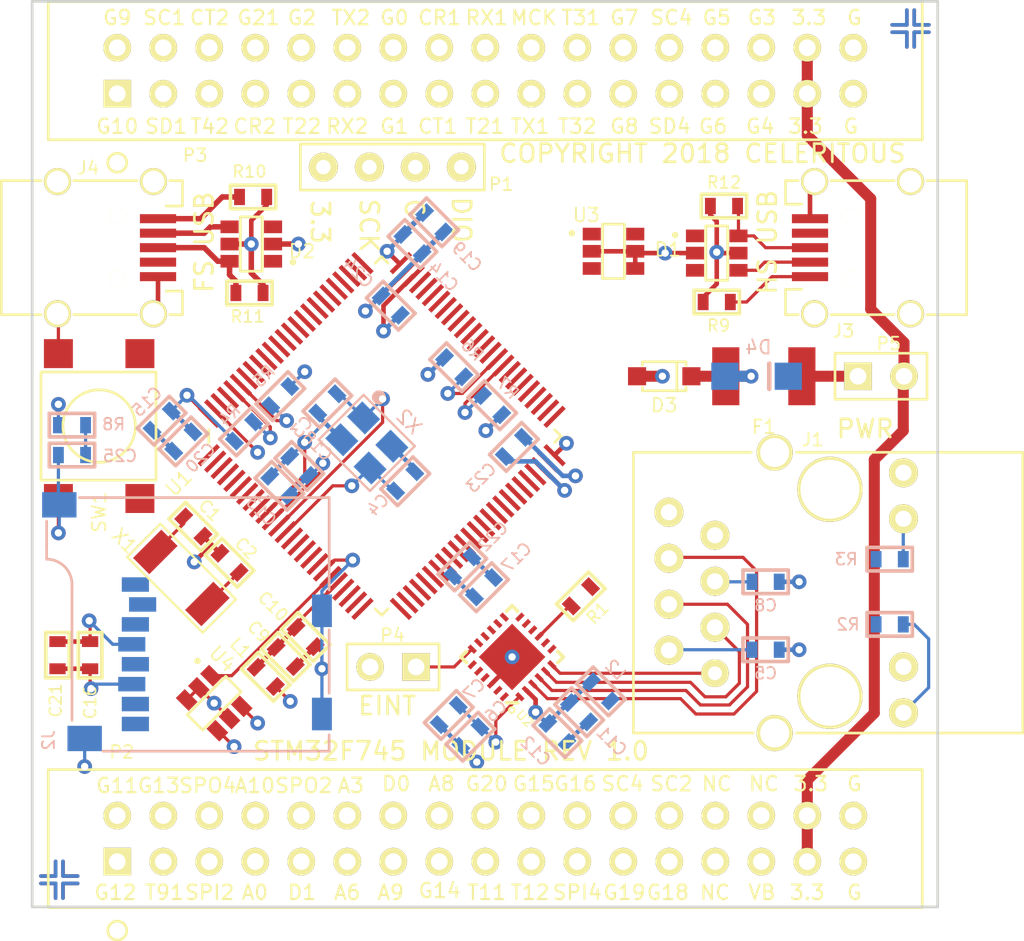
<source format=kicad_pcb>
(kicad_pcb (version 4) (host pcbnew 4.0.7)
  (layers (0 F.Cu signal) (1 +3.3V power hide) (2 GND power hide) (31 B.Cu signal) (34 B.Paste user) (35 F.Paste user) (36 B.SilkS user) (37 F.SilkS user) (38 B.Mask user) (39 F.Mask user) (44 Edge.Cuts user))
  (net 0 "")
  (net 1 /OSC32IN)
  (net 2 GND)
  (net 3 /OSC32OUT)
  (net 4 /OSCHSIN)
  (net 5 /OSCHSOUT)
  (net 6 /USB_HS_DM)
  (net 7 /USB_HS_DP)
  (net 8 "Net-(D1-Pad4)")
  (net 9 "Net-(D1-Pad6)")
  (net 10 /USB_FS_DM)
  (net 11 /USB_FS_DP)
  (net 12 "Net-(D2-Pad4)")
  (net 13 "Net-(D2-Pad6)")
  (net 14 /SDMMC_D1)
  (net 15 /SDMMC_D0)
  (net 16 /SDMMC_CK)
  (net 17 /SDMMC_CMD)
  (net 18 /SDMMC_D3)
  (net 19 /SDMMC_D2)
  (net 20 /JTAG_SWDIO)
  (net 21 /JTAG_SWCLK)
  (net 22 /GPIO_11)
  (net 23 /GPIO_12)
  (net 24 /GPIO_13)
  (net 25 /TIM9_CH1)
  (net 26 /SPI4_MOSI)
  (net 27 /ADC_10)
  (net 28 /SPI2_MISO)
  (net 29 /SPI2_MOSI)
  (net 30 /ADC_0)
  (net 31 /ADC_3)
  (net 32 /DAC_1)
  (net 33 /DAC_0)
  (net 34 /ADC_6)
  (net 35 /ADC_8)
  (net 36 /ADC_9)
  (net 37 /GPIO_20)
  (net 38 /GPIO_14)
  (net 39 /GPIO_15)
  (net 40 /TIM1_CH1)
  (net 41 /GPIO_16)
  (net 42 /TIM1_CH2)
  (net 43 /GPIO_17)
  (net 44 /SPI4_MISO)
  (net 45 /GPIO_18)
  (net 46 /GPIO_19)
  (net 47 /SPI2_SCK)
  (net 48 /GPIO_9)
  (net 49 /GPIO_10)
  (net 50 /I2C1_SCL)
  (net 51 /I2C1_SDA)
  (net 52 /CAN2_TX)
  (net 53 /TIM4_CH2)
  (net 54 /GPIO_21)
  (net 55 /CAN2_RX)
  (net 56 /GPIO_2)
  (net 57 /TIM2_CH2)
  (net 58 /USART2_TX)
  (net 59 /USART2_RX)
  (net 60 /GPIO_0)
  (net 61 /GPIO_1)
  (net 62 /CAN1_RX)
  (net 63 /CAN1_TX)
  (net 64 /USART1_RX)
  (net 65 /TIM2_CH1)
  (net 66 /MCLKOUT)
  (net 67 /USART1_TX)
  (net 68 /TIM3_CH1)
  (net 69 /TIM3_CH2)
  (net 70 /GPIO_7)
  (net 71 /GPIO_8)
  (net 72 /I2C4_SCL)
  (net 73 /I2C4_SDA)
  (net 74 /GPIO_5)
  (net 75 /GPIO_6)
  (net 76 /GPIO_3)
  (net 77 /GPIO_4)
  (net 78 /ETH_MDC)
  (net 79 /ETH_REF_CLK)
  (net 80 /ETH_MDIO)
  (net 81 /ETH_CRS_DV)
  (net 82 /ETH_RXD0)
  (net 83 /ETH_RXD1)
  (net 84 /ETH_TXD0)
  (net 85 /ETH_TXD1)
  (net 86 "Net-(J1-Pad9)")
  (net 87 "Net-(J1-Pad11)")
  (net 88 /VBATT)
  (net 89 /+3.3VANA)
  (net 90 /VCAP1)
  (net 91 /VCAP2)
  (net 92 /ETH_RXM)
  (net 93 /ETH_RXP)
  (net 94 /ETH_TXM)
  (net 95 /ETH_TXP)
  (net 96 /ETH_TXC)
  (net 97 "Net-(C6-Pad1)")
  (net 98 /ETH_RXC)
  (net 99 /+3.3VETH)
  (net 100 +3.3V)
  (net 101 "Net-(F1-Pad2)")
  (net 102 /+3.3VEXT)
  (net 103 /ETH_INT)
  (net 104 "Net-(R1-Pad2)")
  (net 105 /ETH_LED)
  (net 106 /+3.0VREF)
  (net 107 "Net-(J1-Pad7)")
  (net 108 "Net-(J3-Pad4)")
  (net 109 "Net-(J4-Pad4)")
  (net 110 "Net-(P2-Pad27)")
  (net 111 "Net-(P2-Pad30)")
  (net 112 /MCU_RST)
  (net 113 /ETH_TX_EN)
  (net 114 /BOOT0)
  (net 115 "Net-(U2-Pad7)")
  (net 116 "Net-(U2-Pad17)")
  (net 117 /ETH_TXEN)
  (net 118 "Net-(C25-Pad1)")
  (net 119 "Net-(J3-Pad1)")
  (net 120 "Net-(J4-Pad1)")
  (net 121 /SPI4_SCK)
  (net 122 "Net-(P2-Pad28)")
  (module KiCad:P0603 (layer F.Cu) (at 63.9 135 315)
    (fp_text reference C1 (at 0 -1.272792 315) (layer F.SilkS) (effects (font (size 0.65 0.65) (thickness 0.0975))))
    (fp_text value 12pF hide)
    (pad 1 smd rect (at -0.75 0 315) (size 0.6 0.9) (layers F.Cu F.Paste F.Mask) (net 1 /OSC32IN))
    (pad 2 smd rect (at 0.75 0 315) (size 0.6 0.9) (layers F.Cu F.Paste F.Mask) (net 2 GND))
  )
  (module KiCad:P0603 (layer F.Cu) (at 65.9 137 135)
    (fp_text reference C2 (at -0.070711 1.202082 135) (layer F.SilkS) (effects (font (size 0.65 0.65) (thickness 0.0975))))
    (fp_text value 12pF hide)
    (pad 1 smd rect (at -0.75 0 135) (size 0.6 0.9) (layers F.Cu F.Paste F.Mask) (net 3 /OSC32OUT))
    (pad 2 smd rect (at 0.75 0 135) (size 0.6 0.9) (layers F.Cu F.Paste F.Mask) (net 2 GND))
  )
  (module KiCad:P0603 (layer B.Cu) (at 71.3 128.2 225)
    (fp_text reference C3 (at 1.909188 0.070711 225) (layer B.SilkS) (effects (font (size 0.65 0.65) (thickness 0.0975)) (justify mirror)))
    (fp_text value 12pF hide)
    (pad 1 smd rect (at -0.75 0 225) (size 0.6 0.9) (layers B.Cu B.Paste B.Mask) (net 4 /OSCHSIN))
    (pad 2 smd rect (at 0.75 0 225) (size 0.6 0.9) (layers B.Cu B.Paste B.Mask) (net 2 GND))
  )
  (module KiCad:P0603 (layer B.Cu) (at 75.6 132.5 45)
    (fp_text reference C4 (at -1.979899 -0.141421 45) (layer B.SilkS) (effects (font (size 0.65 0.65) (thickness 0.0975)) (justify mirror)))
    (fp_text value 12pF hide)
    (pad 1 smd rect (at -0.75 0 45) (size 0.6 0.9) (layers B.Cu B.Paste B.Mask) (net 5 /OSCHSOUT))
    (pad 2 smd rect (at 0.75 0 45) (size 0.6 0.9) (layers B.Cu B.Paste B.Mask) (net 2 GND))
  )
  (module KiCad:SOT23-6 (layer F.Cu) (at 94 119.9 270)
    (fp_text reference D1 (at -0.2 3.9 360) (layer F.SilkS) (effects (font (size 0.75 0.75) (thickness 0.1))))
    (fp_text value USBLC6-2 hide)
    (pad 1 smd rect (at -0.95 2.4 270) (size 0.7 1) (layers F.Cu F.Paste F.Mask) (net 7 /USB_HS_DP))
    (pad 2 smd rect (at 0 2.4 270) (size 0.7 1) (layers F.Cu F.Paste F.Mask) (net 2 GND))
    (pad 3 smd rect (at 0.95 2.4 270) (size 0.7 1) (layers F.Cu F.Paste F.Mask) (net 6 /USB_HS_DM))
    (pad 4 smd rect (at 0.95 0 270) (size 0.7 1) (layers F.Cu F.Paste F.Mask) (net 8 "Net-(D1-Pad4)"))
    (pad 5 smd rect (at 0 0 270) (size 0.7 1) (layers F.Cu F.Paste F.Mask) (net 100 +3.3V))
    (pad 6 smd rect (at -0.95 0 270) (size 0.7 1) (layers F.Cu F.Paste F.Mask) (net 9 "Net-(D1-Pad6)"))
  )
  (module KiCad:SOT23-6 (layer F.Cu) (at 65.9 119.4 90)
    (fp_text reference D2 (at -0.4 4 180) (layer F.SilkS) (effects (font (size 0.75 0.75) (thickness 0.1))))
    (fp_text value USBLC6-2 hide)
    (pad 1 smd rect (at -0.95 2.4 90) (size 0.7 1) (layers F.Cu F.Paste F.Mask) (net 11 /USB_FS_DP))
    (pad 2 smd rect (at 0 2.4 90) (size 0.7 1) (layers F.Cu F.Paste F.Mask) (net 2 GND))
    (pad 3 smd rect (at 0.95 2.4 90) (size 0.7 1) (layers F.Cu F.Paste F.Mask) (net 10 /USB_FS_DM))
    (pad 4 smd rect (at 0.95 0 90) (size 0.7 1) (layers F.Cu F.Paste F.Mask) (net 12 "Net-(D2-Pad4)"))
    (pad 5 smd rect (at 0 0 90) (size 0.7 1) (layers F.Cu F.Paste F.Mask) (net 100 +3.3V))
    (pad 6 smd rect (at -0.95 0 90) (size 0.7 1) (layers F.Cu F.Paste F.Mask) (net 13 "Net-(D2-Pad6)"))
  )
  (module KiCad:CONNECTOR_ETHERNET_SI60062 (layer F.Cu) (at 92.7 143.1 90)
    (fp_text reference J1 (at 12.9 5.4 360) (layer F.SilkS) (effects (font (size 0.7 0.7) (thickness 0.1))))
    (fp_text value CONNECTOR_RJ45_SI-60062 hide)
    (pad 1 thru_hole circle (at 0 0 90) (size 1.524 1.524) (drill 0.762) (layers *.Cu *.Mask F.SilkS) (net 95 /ETH_TXP))
    (pad 2 thru_hole circle (at 1.27 -2.54 90) (size 1.6 1.6) (drill 0.89) (layers *.Cu *.Mask F.SilkS) (net 96 /ETH_TXC))
    (pad 3 thru_hole circle (at 2.54 0 90) (size 1.6 1.6) (drill 0.89) (layers *.Cu *.Mask F.SilkS) (net 94 /ETH_TXM))
    (pad 4 thru_hole circle (at 3.81 -2.54 90) (size 1.6 1.6) (drill 0.89) (layers *.Cu *.Mask F.SilkS) (net 93 /ETH_RXP))
    (pad 5 thru_hole circle (at 5.08 0 90) (size 1.6 1.6) (drill 0.89) (layers *.Cu *.Mask F.SilkS) (net 98 /ETH_RXC))
    (pad 6 thru_hole circle (at 6.35 -2.54 90) (size 1.6 1.6) (drill 0.89) (layers *.Cu *.Mask F.SilkS) (net 92 /ETH_RXM))
    (pad 7 thru_hole circle (at 7.62 0 90) (size 1.6 1.6) (drill 0.89) (layers *.Cu *.Mask F.SilkS) (net 107 "Net-(J1-Pad7)"))
    (pad 8 thru_hole circle (at 8.89 -2.54 90) (size 1.6 1.6) (drill 0.89) (layers *.Cu *.Mask F.SilkS) (net 2 GND))
    (pad 9 thru_hole circle (at -2.18 10.41 90) (size 1.6 1.6) (drill 0.89) (layers *.Cu *.Mask F.SilkS) (net 86 "Net-(J1-Pad9)"))
    (pad 10 thru_hole circle (at 0.36 10.41 90) (size 1.6 1.6) (drill 0.89) (layers *.Cu *.Mask F.SilkS) (net 100 +3.3V))
    (pad 11 thru_hole circle (at 8.53 10.41 90) (size 1.6 1.6) (drill 0.89) (layers *.Cu *.Mask F.SilkS) (net 87 "Net-(J1-Pad11)"))
    (pad 12 thru_hole circle (at 11.07 10.41 90) (size 1.6 1.6) (drill 0.89) (layers *.Cu *.Mask F.SilkS) (net 100 +3.3V))
    (pad 13 thru_hole circle (at -1.27 6.35 90) (size 3.6 3.6) (drill 3.25) (layers *.Cu *.Mask F.SilkS))
    (pad 14 thru_hole circle (at 10.16 6.35 90) (size 3.6 3.6) (drill 3.25) (layers *.Cu *.Mask F.SilkS))
    (pad 15 thru_hole circle (at -3.3 3.3 90) (size 2 2) (drill 1.6) (layers *.Cu *.Mask F.SilkS))
    (pad 16 thru_hole circle (at 12.19 3.3 90) (size 2 2) (drill 1.6) (layers *.Cu *.Mask F.SilkS))
  )
  (module KiCad:CONN_USB_UX60-MB (layer F.Cu) (at 98 119.6 90)
    (fp_text reference J3 (at -4.6 1.8 360) (layer F.SilkS) (effects (font (size 0.7 0.7) (thickness 0.1))))
    (fp_text value USB_MINI_B_SMD hide)
    (pad 3 smd rect (at 0 -0.05 90) (size 0.5 2) (layers F.Cu F.Paste F.Mask) (net 9 "Net-(D1-Pad6)"))
    (pad 4 smd rect (at 0.8 -0.05 90) (size 0.5 2) (layers F.Cu F.Paste F.Mask) (net 108 "Net-(J3-Pad4)"))
    (pad 5 smd rect (at 1.6 -0.05 90) (size 0.5 2) (layers F.Cu F.Paste F.Mask) (net 2 GND))
    (pad 1 smd rect (at -1.6 -0.05 90) (size 0.5 2) (layers F.Cu F.Paste F.Mask) (net 119 "Net-(J3-Pad1)"))
    (pad 2 smd rect (at -0.8 -0.05 90) (size 0.5 2) (layers F.Cu F.Paste F.Mask) (net 8 "Net-(D1-Pad4)"))
    (pad "" np_thru_hole circle (at -1.75 2.2 90) (size 0.9 0.9) (drill 0.9) (layers *.Cu *.Mask F.SilkS))
    (pad "" np_thru_hole circle (at 1.75 2.2 90) (size 0.9 0.9) (drill 0.9) (layers *.Cu *.Mask F.SilkS))
    (pad 6 thru_hole circle (at -3.65 0.2 90) (size 1.5 1.5) (drill 1.2) (layers *.Cu *.Mask F.SilkS) (net 2 GND))
    (pad 7 thru_hole circle (at 3.65 0.2 90) (size 1.5 1.5) (drill 1.2) (layers *.Cu *.Mask F.SilkS) (net 2 GND))
    (pad 8 thru_hole circle (at -3.65 5.5 90) (size 1.5 1.5) (drill 1.2) (layers *.Cu *.Mask F.SilkS) (net 2 GND))
    (pad 9 thru_hole circle (at 3.65 5.5 90) (size 1.5 1.5) (drill 1.2) (layers *.Cu *.Mask F.SilkS) (net 2 GND))
  )
  (module KiCad:CONN_USB_UX60-MB (layer F.Cu) (at 61.9 119.6 270)
    (fp_text reference J4 (at -4.4 3.8 360) (layer F.SilkS) (effects (font (size 0.7 0.7) (thickness 0.1))))
    (fp_text value USB_MINI_B_SMD hide)
    (pad 3 smd rect (at 0 -0.05 270) (size 0.5 2) (layers F.Cu F.Paste F.Mask) (net 13 "Net-(D2-Pad6)"))
    (pad 4 smd rect (at 0.8 -0.05 270) (size 0.5 2) (layers F.Cu F.Paste F.Mask) (net 109 "Net-(J4-Pad4)"))
    (pad 5 smd rect (at 1.6 -0.05 270) (size 0.5 2) (layers F.Cu F.Paste F.Mask) (net 2 GND))
    (pad 1 smd rect (at -1.6 -0.05 270) (size 0.5 2) (layers F.Cu F.Paste F.Mask) (net 120 "Net-(J4-Pad1)"))
    (pad 2 smd rect (at -0.8 -0.05 270) (size 0.5 2) (layers F.Cu F.Paste F.Mask) (net 12 "Net-(D2-Pad4)"))
    (pad "" np_thru_hole circle (at -1.75 2.2 270) (size 0.9 0.9) (drill 0.9) (layers *.Cu *.Mask F.SilkS))
    (pad "" np_thru_hole circle (at 1.75 2.2 270) (size 0.9 0.9) (drill 0.9) (layers *.Cu *.Mask F.SilkS))
    (pad 6 thru_hole circle (at -3.65 0.2 270) (size 1.5 1.5) (drill 1.2) (layers *.Cu *.Mask F.SilkS) (net 2 GND))
    (pad 7 thru_hole circle (at 3.65 0.2 270) (size 1.5 1.5) (drill 1.2) (layers *.Cu *.Mask F.SilkS) (net 2 GND))
    (pad 8 thru_hole circle (at -3.65 5.5 270) (size 1.5 1.5) (drill 1.2) (layers *.Cu *.Mask F.SilkS) (net 2 GND))
    (pad 9 thru_hole circle (at 3.65 5.5 270) (size 1.5 1.5) (drill 1.2) (layers *.Cu *.Mask F.SilkS) (net 2 GND))
  )
  (module KiCad:QFP_100_14X14_0.5 (layer F.Cu) (at 74.3 130 45)
    (fp_text reference U1 (at -9.758074 -6.081118 45) (layer F.SilkS) (effects (font (size 0.75 0.75) (thickness 0.1))))
    (fp_text value STM32F745VE hide)
    (pad 1 smd rect (at -7.5 -6 135) (size 0.25 1.5) (layers F.Cu F.Paste F.Mask) (net 22 /GPIO_11))
    (pad 2 smd rect (at -7.5 -5.5 135) (size 0.25 1.5) (layers F.Cu F.Paste F.Mask) (net 23 /GPIO_12))
    (pad 3 smd rect (at -7.5 -5 135) (size 0.25 1.5) (layers F.Cu F.Paste F.Mask) (net 24 /GPIO_13))
    (pad 4 smd rect (at -7.5 -4.5 135) (size 0.25 1.5) (layers F.Cu F.Paste F.Mask) (net 25 /TIM9_CH1))
    (pad 5 smd rect (at -7.5 -4 135) (size 0.25 1.5) (layers F.Cu F.Paste F.Mask) (net 26 /SPI4_MOSI))
    (pad 6 smd rect (at -7.5 -3.5 135) (size 0.25 1.5) (layers F.Cu F.Paste F.Mask) (net 88 /VBATT))
    (pad 7 smd rect (at -7.5 -3 135) (size 0.25 1.5) (layers F.Cu F.Paste F.Mask) (net 54 /GPIO_21))
    (pad 8 smd rect (at -7.5 -2.5 135) (size 0.25 1.5) (layers F.Cu F.Paste F.Mask) (net 1 /OSC32IN))
    (pad 9 smd rect (at -7.5 -2 135) (size 0.25 1.5) (layers F.Cu F.Paste F.Mask) (net 3 /OSC32OUT))
    (pad 10 smd rect (at -7.5 -1.5 135) (size 0.25 1.5) (layers F.Cu F.Paste F.Mask) (net 2 GND))
    (pad 11 smd rect (at -7.5 -1 135) (size 0.25 1.5) (layers F.Cu F.Paste F.Mask) (net 100 +3.3V))
    (pad 12 smd rect (at -7.5 -0.5 135) (size 0.25 1.5) (layers F.Cu F.Paste F.Mask) (net 4 /OSCHSIN))
    (pad 13 smd rect (at -7.5 0 135) (size 0.25 1.5) (layers F.Cu F.Paste F.Mask) (net 5 /OSCHSOUT))
    (pad 14 smd rect (at -7.5 0.5 135) (size 0.25 1.5) (layers F.Cu F.Paste F.Mask) (net 112 /MCU_RST))
    (pad 15 smd rect (at -7.5 1 135) (size 0.25 1.5) (layers F.Cu F.Paste F.Mask) (net 27 /ADC_10))
    (pad 16 smd rect (at -7.5 1.5 135) (size 0.25 1.5) (layers F.Cu F.Paste F.Mask) (net 78 /ETH_MDC))
    (pad 17 smd rect (at -7.5 2 135) (size 0.25 1.5) (layers F.Cu F.Paste F.Mask) (net 28 /SPI2_MISO))
    (pad 18 smd rect (at -7.5 2.5 135) (size 0.25 1.5) (layers F.Cu F.Paste F.Mask) (net 29 /SPI2_MOSI))
    (pad 19 smd rect (at -7.5 3 135) (size 0.25 1.5) (layers F.Cu F.Paste F.Mask) (net 2 GND))
    (pad 20 smd rect (at -7.5 3.5 135) (size 0.25 1.5) (layers F.Cu F.Paste F.Mask) (net 106 /+3.0VREF))
    (pad 21 smd rect (at -7.5 4 135) (size 0.25 1.5) (layers F.Cu F.Paste F.Mask) (net 89 /+3.3VANA))
    (pad 22 smd rect (at -7.5 4.5 135) (size 0.25 1.5) (layers F.Cu F.Paste F.Mask) (net 30 /ADC_0))
    (pad 23 smd rect (at -7.5 5 135) (size 0.25 1.5) (layers F.Cu F.Paste F.Mask) (net 79 /ETH_REF_CLK))
    (pad 24 smd rect (at -7.5 5.5 135) (size 0.25 1.5) (layers F.Cu F.Paste F.Mask) (net 80 /ETH_MDIO))
    (pad 25 smd rect (at -7.5 6 135) (size 0.25 1.5) (layers F.Cu F.Paste F.Mask) (net 31 /ADC_3))
    (pad 26 smd rect (at -6 7.5 45) (size 0.25 1.5) (layers F.Cu F.Paste F.Mask) (net 2 GND))
    (pad 27 smd rect (at -5.5 7.5 45) (size 0.25 1.5) (layers F.Cu F.Paste F.Mask) (net 100 +3.3V))
    (pad 28 smd rect (at -5 7.5 45) (size 0.25 1.5) (layers F.Cu F.Paste F.Mask) (net 32 /DAC_1))
    (pad 29 smd rect (at -4.5 7.5 45) (size 0.25 1.5) (layers F.Cu F.Paste F.Mask) (net 33 /DAC_0))
    (pad 30 smd rect (at -4 7.5 45) (size 0.25 1.5) (layers F.Cu F.Paste F.Mask) (net 34 /ADC_6))
    (pad 31 smd rect (at -3.5 7.5 45) (size 0.25 1.5) (layers F.Cu F.Paste F.Mask) (net 81 /ETH_CRS_DV))
    (pad 32 smd rect (at -3 7.5 45) (size 0.25 1.5) (layers F.Cu F.Paste F.Mask) (net 82 /ETH_RXD0))
    (pad 33 smd rect (at -2.5 7.5 45) (size 0.25 1.5) (layers F.Cu F.Paste F.Mask) (net 83 /ETH_RXD1))
    (pad 34 smd rect (at -2 7.5 45) (size 0.25 1.5) (layers F.Cu F.Paste F.Mask) (net 35 /ADC_8))
    (pad 35 smd rect (at -1.5 7.5 45) (size 0.25 1.5) (layers F.Cu F.Paste F.Mask) (net 36 /ADC_9))
    (pad 36 smd rect (at -1 7.5 45) (size 0.25 1.5) (layers F.Cu F.Paste F.Mask) (net 46 /GPIO_19))
    (pad 37 smd rect (at -0.5 7.5 45) (size 0.25 1.5) (layers F.Cu F.Paste F.Mask) (net 38 /GPIO_14))
    (pad 38 smd rect (at 0 7.5 45) (size 0.25 1.5) (layers F.Cu F.Paste F.Mask) (net 39 /GPIO_15))
    (pad 39 smd rect (at 0.5 7.5 45) (size 0.25 1.5) (layers F.Cu F.Paste F.Mask) (net 40 /TIM1_CH1))
    (pad 40 smd rect (at 1 7.5 45) (size 0.25 1.5) (layers F.Cu F.Paste F.Mask) (net 41 /GPIO_16))
    (pad 41 smd rect (at 1.5 7.5 45) (size 0.25 1.5) (layers F.Cu F.Paste F.Mask) (net 42 /TIM1_CH2))
    (pad 42 smd rect (at 2 7.5 45) (size 0.25 1.5) (layers F.Cu F.Paste F.Mask) (net 121 /SPI4_SCK))
    (pad 43 smd rect (at 2.5 7.5 45) (size 0.25 1.5) (layers F.Cu F.Paste F.Mask) (net 44 /SPI4_MISO))
    (pad 44 smd rect (at 3 7.5 45) (size 0.25 1.5) (layers F.Cu F.Paste F.Mask) (net 43 /GPIO_17))
    (pad 45 smd rect (at 3.5 7.5 45) (size 0.25 1.5) (layers F.Cu F.Paste F.Mask) (net 45 /GPIO_18))
    (pad 46 smd rect (at 4 7.5 45) (size 0.25 1.5) (layers F.Cu F.Paste F.Mask) (net 47 /SPI2_SCK))
    (pad 47 smd rect (at 4.5 7.5 45) (size 0.25 1.5) (layers F.Cu F.Paste F.Mask) (net 113 /ETH_TX_EN))
    (pad 48 smd rect (at 5 7.5 45) (size 0.25 1.5) (layers F.Cu F.Paste F.Mask) (net 90 /VCAP1))
    (pad 49 smd rect (at 5.5 7.5 45) (size 0.25 1.5) (layers F.Cu F.Paste F.Mask) (net 2 GND))
    (pad 50 smd rect (at 6 7.5 45) (size 0.25 1.5) (layers F.Cu F.Paste F.Mask) (net 100 +3.3V))
    (pad 51 smd rect (at 7.5 6 135) (size 0.25 1.5) (layers F.Cu F.Paste F.Mask) (net 84 /ETH_TXD0))
    (pad 52 smd rect (at 7.5 5.5 135) (size 0.25 1.5) (layers F.Cu F.Paste F.Mask) (net 85 /ETH_TXD1))
    (pad 53 smd rect (at 7.5 5 135) (size 0.25 1.5) (layers F.Cu F.Paste F.Mask) (net 6 /USB_HS_DM))
    (pad 54 smd rect (at 7.5 4.5 135) (size 0.25 1.5) (layers F.Cu F.Paste F.Mask) (net 7 /USB_HS_DP))
    (pad 55 smd rect (at 7.5 4 135) (size 0.25 1.5) (layers F.Cu F.Paste F.Mask) (net 76 /GPIO_3))
    (pad 56 smd rect (at 7.5 3.5 135) (size 0.25 1.5) (layers F.Cu F.Paste F.Mask) (net 77 /GPIO_4))
    (pad 57 smd rect (at 7.5 3 135) (size 0.25 1.5) (layers F.Cu F.Paste F.Mask) (net 74 /GPIO_5))
    (pad 58 smd rect (at 7.5 2.5 135) (size 0.25 1.5) (layers F.Cu F.Paste F.Mask) (net 75 /GPIO_6))
    (pad 59 smd rect (at 7.5 2 135) (size 0.25 1.5) (layers F.Cu F.Paste F.Mask) (net 72 /I2C4_SCL))
    (pad 60 smd rect (at 7.5 1.5 135) (size 0.25 1.5) (layers F.Cu F.Paste F.Mask) (net 73 /I2C4_SDA))
    (pad 61 smd rect (at 7.5 1 135) (size 0.25 1.5) (layers F.Cu F.Paste F.Mask) (net 70 /GPIO_7))
    (pad 62 smd rect (at 7.5 0.5 135) (size 0.25 1.5) (layers F.Cu F.Paste F.Mask) (net 71 /GPIO_8))
    (pad 63 smd rect (at 7.5 0 135) (size 0.25 1.5) (layers F.Cu F.Paste F.Mask) (net 68 /TIM3_CH1))
    (pad 64 smd rect (at 7.5 -0.5 135) (size 0.25 1.5) (layers F.Cu F.Paste F.Mask) (net 69 /TIM3_CH2))
    (pad 65 smd rect (at 7.5 -1 135) (size 0.25 1.5) (layers F.Cu F.Paste F.Mask) (net 15 /SDMMC_D0))
    (pad 66 smd rect (at 7.5 -1.5 135) (size 0.25 1.5) (layers F.Cu F.Paste F.Mask) (net 14 /SDMMC_D1))
    (pad 67 smd rect (at 7.5 -2 135) (size 0.25 1.5) (layers F.Cu F.Paste F.Mask) (net 66 /MCLKOUT))
    (pad 68 smd rect (at 7.5 -2.5 135) (size 0.25 1.5) (layers F.Cu F.Paste F.Mask) (net 67 /USART1_TX))
    (pad 69 smd rect (at 7.5 -3 135) (size 0.25 1.5) (layers F.Cu F.Paste F.Mask) (net 64 /USART1_RX))
    (pad 70 smd rect (at 7.5 -3.5 135) (size 0.25 1.5) (layers F.Cu F.Paste F.Mask) (net 10 /USB_FS_DM))
    (pad 71 smd rect (at 7.5 -4 135) (size 0.25 1.5) (layers F.Cu F.Paste F.Mask) (net 11 /USB_FS_DP))
    (pad 72 smd rect (at 7.5 -4.5 135) (size 0.25 1.5) (layers F.Cu F.Paste F.Mask) (net 20 /JTAG_SWDIO))
    (pad 73 smd rect (at 7.5 -5 135) (size 0.25 1.5) (layers F.Cu F.Paste F.Mask) (net 91 /VCAP2))
    (pad 74 smd rect (at 7.5 -5.5 135) (size 0.25 1.5) (layers F.Cu F.Paste F.Mask) (net 2 GND))
    (pad 75 smd rect (at 7.5 -6 135) (size 0.25 1.5) (layers F.Cu F.Paste F.Mask) (net 100 +3.3V))
    (pad 76 smd rect (at 6 -7.5 45) (size 0.25 1.5) (layers F.Cu F.Paste F.Mask) (net 21 /JTAG_SWCLK))
    (pad 77 smd rect (at 5.5 -7.5 45) (size 0.25 1.5) (layers F.Cu F.Paste F.Mask) (net 65 /TIM2_CH1))
    (pad 78 smd rect (at 5 -7.5 45) (size 0.25 1.5) (layers F.Cu F.Paste F.Mask) (net 19 /SDMMC_D2))
    (pad 79 smd rect (at 4.5 -7.5 45) (size 0.25 1.5) (layers F.Cu F.Paste F.Mask) (net 18 /SDMMC_D3))
    (pad 80 smd rect (at 4 -7.5 45) (size 0.25 1.5) (layers F.Cu F.Paste F.Mask) (net 16 /SDMMC_CK))
    (pad 81 smd rect (at 3.5 -7.5 45) (size 0.25 1.5) (layers F.Cu F.Paste F.Mask) (net 62 /CAN1_RX))
    (pad 82 smd rect (at 3 -7.5 45) (size 0.25 1.5) (layers F.Cu F.Paste F.Mask) (net 63 /CAN1_TX))
    (pad 83 smd rect (at 2.5 -7.5 45) (size 0.25 1.5) (layers F.Cu F.Paste F.Mask) (net 17 /SDMMC_CMD))
    (pad 84 smd rect (at 2 -7.5 45) (size 0.25 1.5) (layers F.Cu F.Paste F.Mask) (net 60 /GPIO_0))
    (pad 85 smd rect (at 1.5 -7.5 45) (size 0.25 1.5) (layers F.Cu F.Paste F.Mask) (net 61 /GPIO_1))
    (pad 86 smd rect (at 1 -7.5 45) (size 0.25 1.5) (layers F.Cu F.Paste F.Mask) (net 58 /USART2_TX))
    (pad 87 smd rect (at 0.5 -7.5 45) (size 0.25 1.5) (layers F.Cu F.Paste F.Mask) (net 59 /USART2_RX))
    (pad 88 smd rect (at 0 -7.5 45) (size 0.25 1.5) (layers F.Cu F.Paste F.Mask) (net 56 /GPIO_2))
    (pad 89 smd rect (at -0.5 -7.5 45) (size 0.25 1.5) (layers F.Cu F.Paste F.Mask) (net 57 /TIM2_CH2))
    (pad 90 smd rect (at -1 -7.5 45) (size 0.25 1.5) (layers F.Cu F.Paste F.Mask) (net 37 /GPIO_20))
    (pad 91 smd rect (at -1.5 -7.5 45) (size 0.25 1.5) (layers F.Cu F.Paste F.Mask) (net 55 /CAN2_RX))
    (pad 92 smd rect (at -2 -7.5 45) (size 0.25 1.5) (layers F.Cu F.Paste F.Mask) (net 52 /CAN2_TX))
    (pad 93 smd rect (at -2.5 -7.5 45) (size 0.25 1.5) (layers F.Cu F.Paste F.Mask) (net 53 /TIM4_CH2))
    (pad 94 smd rect (at -3 -7.5 45) (size 0.25 1.5) (layers F.Cu F.Paste F.Mask) (net 114 /BOOT0))
    (pad 95 smd rect (at -3.5 -7.5 45) (size 0.25 1.5) (layers F.Cu F.Paste F.Mask) (net 50 /I2C1_SCL))
    (pad 96 smd rect (at -4 -7.5 45) (size 0.25 1.5) (layers F.Cu F.Paste F.Mask) (net 51 /I2C1_SDA))
    (pad 97 smd rect (at -4.5 -7.5 45) (size 0.25 1.5) (layers F.Cu F.Paste F.Mask) (net 48 /GPIO_9))
    (pad 98 smd rect (at -5 -7.5 45) (size 0.25 1.5) (layers F.Cu F.Paste F.Mask) (net 49 /GPIO_10))
    (pad 99 smd rect (at -5.5 -7.5 45) (size 0.25 1.5) (layers F.Cu F.Paste F.Mask) (net 2 GND))
    (pad 100 smd rect (at -6 -7.5 45) (size 0.25 1.5) (layers F.Cu F.Paste F.Mask) (net 100 +3.3V))
  )
  (module KiCad:QFN24_4X4mm_0.5mm_PWR (layer F.Cu) (at 81.5 142.2 135)
    (fp_text reference U2 (at -2.899138 -1.909188 135) (layer F.SilkS) (effects (font (size 0.5 0.5) (thickness 0.075))))
    (fp_text value KSZ8081RNA hide)
    (fp_text user ○ (at -2.06 -2.06 135) (layer F.SilkS) (effects (font (size 0.4 0.4) (thickness 0.1))))
    (pad 1 smd rect (at -1.86 -1.25 135) (size 0.5 0.24) (layers F.Cu F.Paste F.Mask) (net 97 "Net-(C6-Pad1)"))
    (pad 2 smd rect (at -1.86 -0.75 135) (size 0.5 0.24) (layers F.Cu F.Paste F.Mask) (net 99 /+3.3VETH))
    (pad 3 smd rect (at -1.86 -0.25 135) (size 0.5 0.24) (layers F.Cu F.Paste F.Mask) (net 92 /ETH_RXM))
    (pad 4 smd rect (at -1.86 0.25 135) (size 0.5 0.24) (layers F.Cu F.Paste F.Mask) (net 93 /ETH_RXP))
    (pad 5 smd rect (at -1.86 0.75 135) (size 0.5 0.24) (layers F.Cu F.Paste F.Mask) (net 94 /ETH_TXM))
    (pad 6 smd rect (at -1.86 1.25 135) (size 0.5 0.24) (layers F.Cu F.Paste F.Mask) (net 95 /ETH_TXP))
    (pad 7 smd rect (at -1.25 1.86 225) (size 0.5 0.24) (layers F.Cu F.Paste F.Mask) (net 115 "Net-(U2-Pad7)"))
    (pad 8 smd rect (at -0.75 1.86 225) (size 0.5 0.24) (layers F.Cu F.Paste F.Mask) (net 66 /MCLKOUT))
    (pad 9 smd rect (at -0.25 1.86 225) (size 0.5 0.24) (layers F.Cu F.Paste F.Mask) (net 104 "Net-(R1-Pad2)"))
    (pad 10 smd rect (at 0.25 1.86 225) (size 0.5 0.24) (layers F.Cu F.Paste F.Mask) (net 80 /ETH_MDIO))
    (pad 11 smd rect (at 0.75 1.86 225) (size 0.5 0.24) (layers F.Cu F.Paste F.Mask) (net 78 /ETH_MDC))
    (pad 12 smd rect (at 1.25 1.86 225) (size 0.5 0.24) (layers F.Cu F.Paste F.Mask) (net 83 /ETH_RXD1))
    (pad 13 smd rect (at 1.86 1.25 135) (size 0.5 0.24) (layers F.Cu F.Paste F.Mask) (net 82 /ETH_RXD0))
    (pad 14 smd rect (at 1.86 0.75 135) (size 0.5 0.24) (layers F.Cu F.Paste F.Mask) (net 100 +3.3V))
    (pad 15 smd rect (at 1.86 0.25 135) (size 0.5 0.24) (layers F.Cu F.Paste F.Mask) (net 81 /ETH_CRS_DV))
    (pad 16 smd rect (at 1.86 -0.25 135) (size 0.5 0.24) (layers F.Cu F.Paste F.Mask) (net 79 /ETH_REF_CLK))
    (pad 17 smd rect (at 1.86 -0.75 135) (size 0.5 0.24) (layers F.Cu F.Paste F.Mask) (net 116 "Net-(U2-Pad17)"))
    (pad 18 smd rect (at 1.86 -1.25 135) (size 0.5 0.24) (layers F.Cu F.Paste F.Mask) (net 103 /ETH_INT))
    (pad 19 smd rect (at 1.25 -1.86 225) (size 0.5 0.24) (layers F.Cu F.Paste F.Mask) (net 117 /ETH_TXEN))
    (pad 20 smd rect (at 0.75 -1.86 225) (size 0.5 0.24) (layers F.Cu F.Paste F.Mask) (net 84 /ETH_TXD0))
    (pad 21 smd rect (at 0.25 -1.86 225) (size 0.5 0.24) (layers F.Cu F.Paste F.Mask) (net 85 /ETH_TXD1))
    (pad 22 smd rect (at -0.25 -1.86 225) (size 0.5 0.24) (layers F.Cu F.Paste F.Mask) (net 2 GND))
    (pad 23 smd rect (at -0.75 -1.86 225) (size 0.5 0.24) (layers F.Cu F.Paste F.Mask) (net 105 /ETH_LED))
    (pad 24 smd rect (at -1.25 -1.86 225) (size 0.5 0.24) (layers F.Cu F.Paste F.Mask) (net 112 /MCU_RST))
    (pad 25 smd rect (at 0 0 225) (size 2.6 2.6) (layers F.Cu F.Paste F.Mask) (net 2 GND))
  )
  (module KiCad:SOT23-6 (layer F.Cu) (at 88.3 119.8 270)
    (fp_text reference U3 (at -2 2.7 360) (layer F.SilkS) (effects (font (size 0.75 0.75) (thickness 0.1))))
    (fp_text value 24AA02E64OT hide)
    (pad 1 smd rect (at -0.95 2.4 270) (size 0.7 1) (layers F.Cu F.Paste F.Mask) (net 72 /I2C4_SCL))
    (pad 2 smd rect (at 0 2.4 270) (size 0.7 1) (layers F.Cu F.Paste F.Mask) (net 2 GND))
    (pad 3 smd rect (at 0.95 2.4 270) (size 0.7 1) (layers F.Cu F.Paste F.Mask) (net 73 /I2C4_SDA))
    (pad 4 smd rect (at 0.95 0 270) (size 0.7 1) (layers F.Cu F.Paste F.Mask) (net 2 GND))
    (pad 5 smd rect (at 0 0 270) (size 0.7 1) (layers F.Cu F.Paste F.Mask) (net 2 GND))
    (pad 6 smd rect (at -0.95 0 270) (size 0.7 1) (layers F.Cu F.Paste F.Mask) (net 100 +3.3V))
  )
  (module KiCad:XTAL_1.8X4.9mm (layer F.Cu) (at 61.8 136.4 315)
    (fp_text reference X1 (at -1.626346 0.777817 495) (layer F.SilkS) (effects (font (size 0.75 0.75) (thickness 0.1))))
    (fp_text value ABS10-32.768kHz hide)
    (pad 1 smd rect (at 0 0 315) (size 1.27 2.2098) (layers F.Cu F.Paste F.Mask) (net 1 /OSC32IN))
    (pad 2 smd rect (at 4.064 0 315) (size 1.27 2.2098) (layers F.Cu F.Paste F.Mask) (net 3 /OSC32OUT))
  )
  (module KiCad:XTAL_3.2X2.5 (layer B.Cu) (at 73.3 129 315)
    (fp_text reference X2 (at 1.909188 -1.626346 315) (layer B.SilkS) (effects (font (size 0.75 0.75) (thickness 0.1)) (justify mirror)))
    (fp_text value ABM8G-12.00MHz hide)
    (pad 1 smd rect (at 0 0 315) (size 1.397 1.1938) (layers B.Cu B.Paste B.Mask) (net 4 /OSCHSIN))
    (pad 2 smd rect (at 2.2098 0 315) (size 1.397 1.1938) (layers B.Cu B.Paste B.Mask) (net 2 GND))
    (pad 3 smd rect (at 2.2098 1.7018 315) (size 1.397 1.1938) (layers B.Cu B.Paste B.Mask) (net 5 /OSCHSOUT))
    (pad 4 smd rect (at 0 1.7018 315) (size 1.397 1.1938) (layers B.Cu B.Paste B.Mask) (net 2 GND))
  )
  (module KiCad:Header_2x17_Shrouded_100mil (layer F.Cu) (at 59.7 153.5)
    (fp_text reference P2 (at 0.25 -6.05) (layer F.SilkS) (effects (font (size 0.7 0.7) (thickness 0.1))))
    (fp_text value Header_2x17 hide)
    (pad 2 thru_hole circle (at 0 -2.54) (size 1.524 1.524) (drill 0.9144) (layers *.Cu *.Mask F.SilkS) (net 22 /GPIO_11))
    (pad 1 thru_hole rect (at 0 0) (size 1.524 1.524) (drill 0.9144) (layers *.Cu *.Mask F.SilkS) (net 23 /GPIO_12))
    (pad 4 thru_hole circle (at 2.54 -2.54) (size 1.524 1.524) (drill 0.9144) (layers *.Cu *.Mask F.SilkS) (net 24 /GPIO_13))
    (pad 3 thru_hole circle (at 2.54 0) (size 1.524 1.524) (drill 0.9144) (layers *.Cu *.Mask F.SilkS) (net 25 /TIM9_CH1))
    (pad 6 thru_hole circle (at 5.08 -2.54) (size 1.524 1.524) (drill 0.9144) (layers *.Cu *.Mask F.SilkS) (net 26 /SPI4_MOSI))
    (pad 5 thru_hole circle (at 5.08 0) (size 1.524 1.524) (drill 0.9144) (layers *.Cu *.Mask F.SilkS) (net 28 /SPI2_MISO))
    (pad 8 thru_hole circle (at 7.62 -2.54) (size 1.524 1.524) (drill 0.9144) (layers *.Cu *.Mask F.SilkS) (net 27 /ADC_10))
    (pad 7 thru_hole circle (at 7.62 0) (size 1.524 1.524) (drill 0.9144) (layers *.Cu *.Mask F.SilkS) (net 30 /ADC_0))
    (pad 10 thru_hole circle (at 10.16 -2.54) (size 1.524 1.524) (drill 0.9144) (layers *.Cu *.Mask F.SilkS) (net 29 /SPI2_MOSI))
    (pad 9 thru_hole circle (at 10.16 0) (size 1.524 1.524) (drill 0.9144) (layers *.Cu *.Mask F.SilkS) (net 32 /DAC_1))
    (pad 12 thru_hole circle (at 12.7 -2.54) (size 1.524 1.524) (drill 0.9144) (layers *.Cu *.Mask F.SilkS) (net 31 /ADC_3))
    (pad 11 thru_hole circle (at 12.7 0) (size 1.524 1.524) (drill 0.9144) (layers *.Cu *.Mask F.SilkS) (net 34 /ADC_6))
    (pad 14 thru_hole circle (at 15.24 -2.54) (size 1.524 1.524) (drill 0.9144) (layers *.Cu *.Mask F.SilkS) (net 33 /DAC_0))
    (pad 13 thru_hole circle (at 15.24 0) (size 1.524 1.524) (drill 0.9144) (layers *.Cu *.Mask F.SilkS) (net 36 /ADC_9))
    (pad 16 thru_hole circle (at 17.78 -2.54) (size 1.524 1.524) (drill 0.9144) (layers *.Cu *.Mask F.SilkS) (net 35 /ADC_8))
    (pad 15 thru_hole circle (at 17.78 0) (size 1.524 1.524) (drill 0.9144) (layers *.Cu *.Mask F.SilkS) (net 38 /GPIO_14))
    (pad 18 thru_hole circle (at 20.32 -2.54) (size 1.524 1.524) (drill 0.9144) (layers *.Cu *.Mask F.SilkS) (net 37 /GPIO_20))
    (pad 17 thru_hole circle (at 20.32 0) (size 1.524 1.524) (drill 0.9144) (layers *.Cu *.Mask F.SilkS) (net 40 /TIM1_CH1))
    (pad 20 thru_hole circle (at 22.86 -2.54) (size 1.524 1.524) (drill 0.9144) (layers *.Cu *.Mask F.SilkS) (net 39 /GPIO_15))
    (pad 19 thru_hole circle (at 22.86 0) (size 1.524 1.524) (drill 0.9144) (layers *.Cu *.Mask F.SilkS) (net 42 /TIM1_CH2))
    (pad 22 thru_hole circle (at 25.4 -2.54) (size 1.524 1.524) (drill 0.9144) (layers *.Cu *.Mask F.SilkS) (net 41 /GPIO_16))
    (pad 21 thru_hole circle (at 25.4 0) (size 1.524 1.524) (drill 0.9144) (layers *.Cu *.Mask F.SilkS) (net 44 /SPI4_MISO))
    (pad 24 thru_hole circle (at 27.94 -2.54) (size 1.524 1.524) (drill 0.9144) (layers *.Cu *.Mask F.SilkS) (net 121 /SPI4_SCK))
    (pad 23 thru_hole circle (at 27.94 0) (size 1.524 1.524) (drill 0.9144) (layers *.Cu *.Mask F.SilkS) (net 46 /GPIO_19))
    (pad 26 thru_hole circle (at 30.48 -2.54) (size 1.524 1.524) (drill 0.9144) (layers *.Cu *.Mask F.SilkS) (net 47 /SPI2_SCK))
    (pad 25 thru_hole circle (at 30.48 0) (size 1.524 1.524) (drill 0.9144) (layers *.Cu *.Mask F.SilkS) (net 45 /GPIO_18))
    (pad 28 thru_hole circle (at 33.02 -2.54) (size 1.524 1.524) (drill 0.9144) (layers *.Cu *.Mask F.SilkS) (net 122 "Net-(P2-Pad28)"))
    (pad 27 thru_hole circle (at 33.02 0) (size 1.524 1.524) (drill 0.9144) (layers *.Cu *.Mask F.SilkS) (net 110 "Net-(P2-Pad27)"))
    (pad 30 thru_hole circle (at 35.56 -2.54) (size 1.524 1.524) (drill 0.9144) (layers *.Cu *.Mask F.SilkS) (net 111 "Net-(P2-Pad30)"))
    (pad 29 thru_hole circle (at 35.56 0) (size 1.524 1.524) (drill 0.9144) (layers *.Cu *.Mask F.SilkS) (net 88 /VBATT))
    (pad 32 thru_hole circle (at 38.1 -2.54) (size 1.524 1.524) (drill 0.9144) (layers *.Cu *.Mask F.SilkS) (net 102 /+3.3VEXT))
    (pad 31 thru_hole circle (at 38.1 0) (size 1.524 1.524) (drill 0.9144) (layers *.Cu *.Mask F.SilkS) (net 102 /+3.3VEXT))
    (pad 34 thru_hole circle (at 40.64 -2.54) (size 1.524 1.524) (drill 0.9144) (layers *.Cu *.Mask F.SilkS) (net 2 GND))
    (pad 33 thru_hole circle (at 40.64 0) (size 1.524 1.524) (drill 0.9144) (layers *.Cu *.Mask F.SilkS) (net 2 GND))
  )
  (module KiCad:Header_2x17_Shrouded_100mil (layer F.Cu) (at 59.7 111.1)
    (fp_text reference P3 (at 4.3 3.4) (layer F.SilkS) (effects (font (size 0.7 0.7) (thickness 0.1))))
    (fp_text value Header_2x17 hide)
    (pad 2 thru_hole circle (at 0 -2.54) (size 1.524 1.524) (drill 0.9144) (layers *.Cu *.Mask F.SilkS) (net 48 /GPIO_9))
    (pad 1 thru_hole rect (at 0 0) (size 1.524 1.524) (drill 0.9144) (layers *.Cu *.Mask F.SilkS) (net 49 /GPIO_10))
    (pad 4 thru_hole circle (at 2.54 -2.54) (size 1.524 1.524) (drill 0.9144) (layers *.Cu *.Mask F.SilkS) (net 50 /I2C1_SCL))
    (pad 3 thru_hole circle (at 2.54 0) (size 1.524 1.524) (drill 0.9144) (layers *.Cu *.Mask F.SilkS) (net 51 /I2C1_SDA))
    (pad 6 thru_hole circle (at 5.08 -2.54) (size 1.524 1.524) (drill 0.9144) (layers *.Cu *.Mask F.SilkS) (net 52 /CAN2_TX))
    (pad 5 thru_hole circle (at 5.08 0) (size 1.524 1.524) (drill 0.9144) (layers *.Cu *.Mask F.SilkS) (net 53 /TIM4_CH2))
    (pad 8 thru_hole circle (at 7.62 -2.54) (size 1.524 1.524) (drill 0.9144) (layers *.Cu *.Mask F.SilkS) (net 54 /GPIO_21))
    (pad 7 thru_hole circle (at 7.62 0) (size 1.524 1.524) (drill 0.9144) (layers *.Cu *.Mask F.SilkS) (net 55 /CAN2_RX))
    (pad 10 thru_hole circle (at 10.16 -2.54) (size 1.524 1.524) (drill 0.9144) (layers *.Cu *.Mask F.SilkS) (net 56 /GPIO_2))
    (pad 9 thru_hole circle (at 10.16 0) (size 1.524 1.524) (drill 0.9144) (layers *.Cu *.Mask F.SilkS) (net 57 /TIM2_CH2))
    (pad 12 thru_hole circle (at 12.7 -2.54) (size 1.524 1.524) (drill 0.9144) (layers *.Cu *.Mask F.SilkS) (net 58 /USART2_TX))
    (pad 11 thru_hole circle (at 12.7 0) (size 1.524 1.524) (drill 0.9144) (layers *.Cu *.Mask F.SilkS) (net 59 /USART2_RX))
    (pad 14 thru_hole circle (at 15.24 -2.54) (size 1.524 1.524) (drill 0.9144) (layers *.Cu *.Mask F.SilkS) (net 60 /GPIO_0))
    (pad 13 thru_hole circle (at 15.24 0) (size 1.524 1.524) (drill 0.9144) (layers *.Cu *.Mask F.SilkS) (net 61 /GPIO_1))
    (pad 16 thru_hole circle (at 17.78 -2.54) (size 1.524 1.524) (drill 0.9144) (layers *.Cu *.Mask F.SilkS) (net 62 /CAN1_RX))
    (pad 15 thru_hole circle (at 17.78 0) (size 1.524 1.524) (drill 0.9144) (layers *.Cu *.Mask F.SilkS) (net 63 /CAN1_TX))
    (pad 18 thru_hole circle (at 20.32 -2.54) (size 1.524 1.524) (drill 0.9144) (layers *.Cu *.Mask F.SilkS) (net 64 /USART1_RX))
    (pad 17 thru_hole circle (at 20.32 0) (size 1.524 1.524) (drill 0.9144) (layers *.Cu *.Mask F.SilkS) (net 65 /TIM2_CH1))
    (pad 20 thru_hole circle (at 22.86 -2.54) (size 1.524 1.524) (drill 0.9144) (layers *.Cu *.Mask F.SilkS) (net 66 /MCLKOUT))
    (pad 19 thru_hole circle (at 22.86 0) (size 1.524 1.524) (drill 0.9144) (layers *.Cu *.Mask F.SilkS) (net 67 /USART1_TX))
    (pad 22 thru_hole circle (at 25.4 -2.54) (size 1.524 1.524) (drill 0.9144) (layers *.Cu *.Mask F.SilkS) (net 68 /TIM3_CH1))
    (pad 21 thru_hole circle (at 25.4 0) (size 1.524 1.524) (drill 0.9144) (layers *.Cu *.Mask F.SilkS) (net 69 /TIM3_CH2))
    (pad 24 thru_hole circle (at 27.94 -2.54) (size 1.524 1.524) (drill 0.9144) (layers *.Cu *.Mask F.SilkS) (net 70 /GPIO_7))
    (pad 23 thru_hole circle (at 27.94 0) (size 1.524 1.524) (drill 0.9144) (layers *.Cu *.Mask F.SilkS) (net 71 /GPIO_8))
    (pad 26 thru_hole circle (at 30.48 -2.54) (size 1.524 1.524) (drill 0.9144) (layers *.Cu *.Mask F.SilkS) (net 72 /I2C4_SCL))
    (pad 25 thru_hole circle (at 30.48 0) (size 1.524 1.524) (drill 0.9144) (layers *.Cu *.Mask F.SilkS) (net 73 /I2C4_SDA))
    (pad 28 thru_hole circle (at 33.02 -2.54) (size 1.524 1.524) (drill 0.9144) (layers *.Cu *.Mask F.SilkS) (net 74 /GPIO_5))
    (pad 27 thru_hole circle (at 33.02 0) (size 1.524 1.524) (drill 0.9144) (layers *.Cu *.Mask F.SilkS) (net 75 /GPIO_6))
    (pad 30 thru_hole circle (at 35.56 -2.54) (size 1.524 1.524) (drill 0.9144) (layers *.Cu *.Mask F.SilkS) (net 76 /GPIO_3))
    (pad 29 thru_hole circle (at 35.56 0) (size 1.524 1.524) (drill 0.9144) (layers *.Cu *.Mask F.SilkS) (net 77 /GPIO_4))
    (pad 32 thru_hole circle (at 38.1 -2.54) (size 1.524 1.524) (drill 0.9144) (layers *.Cu *.Mask F.SilkS) (net 102 /+3.3VEXT))
    (pad 31 thru_hole circle (at 38.1 0) (size 1.524 1.524) (drill 0.9144) (layers *.Cu *.Mask F.SilkS) (net 102 /+3.3VEXT))
    (pad 34 thru_hole circle (at 40.64 -2.54) (size 1.524 1.524) (drill 0.9144) (layers *.Cu *.Mask F.SilkS) (net 2 GND))
    (pad 33 thru_hole circle (at 40.64 0) (size 1.524 1.524) (drill 0.9144) (layers *.Cu *.Mask F.SilkS) (net 2 GND))
  )
  (module KiCad:P0603 (layer B.Cu) (at 95.5 141.8)
    (fp_text reference C5 (at 0 1.3) (layer B.SilkS) (effects (font (size 0.65 0.65) (thickness 0.0975)) (justify mirror)))
    (fp_text value 0.10uF hide)
    (pad 1 smd rect (at -0.75 0) (size 0.6 0.9) (layers B.Cu B.Paste B.Mask) (net 96 /ETH_TXC))
    (pad 2 smd rect (at 0.75 0) (size 0.6 0.9) (layers B.Cu B.Paste B.Mask) (net 2 GND))
  )
  (module KiCad:P0603 (layer B.Cu) (at 79.2 146.6 225)
    (fp_text reference C6 (at -2.000001 0 225) (layer B.SilkS) (effects (font (size 0.65 0.65) (thickness 0.0975)) (justify mirror)))
    (fp_text value 0.10uF hide)
    (pad 1 smd rect (at -0.75 0 225) (size 0.6 0.9) (layers B.Cu B.Paste B.Mask) (net 97 "Net-(C6-Pad1)"))
    (pad 2 smd rect (at 0.75 0 225) (size 0.6 0.9) (layers B.Cu B.Paste B.Mask) (net 2 GND))
  )
  (module KiCad:P0603 (layer B.Cu) (at 78 145.4 225)
    (fp_text reference C7 (at -2.000001 0 225) (layer B.SilkS) (effects (font (size 0.65 0.65) (thickness 0.0975)) (justify mirror)))
    (fp_text value 2.2uF hide)
    (pad 1 smd rect (at -0.75 0 225) (size 0.6 0.9) (layers B.Cu B.Paste B.Mask) (net 97 "Net-(C6-Pad1)"))
    (pad 2 smd rect (at 0.75 0 225) (size 0.6 0.9) (layers B.Cu B.Paste B.Mask) (net 2 GND))
  )
  (module KiCad:P0603 (layer B.Cu) (at 95.5 138.05)
    (fp_text reference C8 (at 0 1.3) (layer B.SilkS) (effects (font (size 0.65 0.65) (thickness 0.0975)) (justify mirror)))
    (fp_text value 0.10uF hide)
    (pad 1 smd rect (at -0.75 0) (size 0.6 0.9) (layers B.Cu B.Paste B.Mask) (net 98 /ETH_RXC))
    (pad 2 smd rect (at 0.75 0) (size 0.6 0.9) (layers B.Cu B.Paste B.Mask) (net 2 GND))
  )
  (module KiCad:P0603 (layer F.Cu) (at 69 142.2 315)
    (fp_text reference C9 (at -2.05061 0.070711 315) (layer F.SilkS) (effects (font (size 0.65 0.65) (thickness 0.0975))))
    (fp_text value 0.10uF hide)
    (pad 1 smd rect (at -0.75 0 315) (size 0.6 0.9) (layers F.Cu F.Paste F.Mask) (net 89 /+3.3VANA))
    (pad 2 smd rect (at 0.75 0 315) (size 0.6 0.9) (layers F.Cu F.Paste F.Mask) (net 2 GND))
  )
  (module KiCad:P0603 (layer F.Cu) (at 70.1 141.1 315)
    (fp_text reference C10 (at -2.474874 0.070711 315) (layer F.SilkS) (effects (font (size 0.65 0.65) (thickness 0.0975))))
    (fp_text value 10.0uF hide)
    (pad 1 smd rect (at -0.75 0 315) (size 0.6 0.9) (layers F.Cu F.Paste F.Mask) (net 89 /+3.3VANA))
    (pad 2 smd rect (at 0.75 0 315) (size 0.6 0.9) (layers F.Cu F.Paste F.Mask) (net 2 GND))
  )
  (module KiCad:P0603 (layer B.Cu) (at 85.2 145.25 315)
    (fp_text reference C11 (at 2.404163 -0.141421 315) (layer B.SilkS) (effects (font (size 0.65 0.65) (thickness 0.0975)) (justify mirror)))
    (fp_text value 0.10uF hide)
    (pad 1 smd rect (at -0.75 0 315) (size 0.6 0.9) (layers B.Cu B.Paste B.Mask) (net 99 /+3.3VETH))
    (pad 2 smd rect (at 0.75 0 315) (size 0.6 0.9) (layers B.Cu B.Paste B.Mask) (net 2 GND))
  )
  (module KiCad:P0603 (layer B.Cu) (at 84 146.4 315)
    (fp_text reference C12 (at -0.141421 1.555635 315) (layer B.SilkS) (effects (font (size 0.65 0.65) (thickness 0.0975)) (justify mirror)))
    (fp_text value 10.0uF hide)
    (pad 1 smd rect (at -0.75 0 315) (size 0.6 0.9) (layers B.Cu B.Paste B.Mask) (net 99 /+3.3VETH))
    (pad 2 smd rect (at 0.75 0 315) (size 0.6 0.9) (layers B.Cu B.Paste B.Mask) (net 2 GND))
  )
  (module KiCad:P0603 (layer B.Cu) (at 68.65 132.75 135)
    (fp_text reference C13 (at -0.282843 -1.697056 135) (layer B.SilkS) (effects (font (size 0.65 0.65) (thickness 0.0975)) (justify mirror)))
    (fp_text value 0.10uF hide)
    (pad 1 smd rect (at -0.75 0 135) (size 0.6 0.9) (layers B.Cu B.Paste B.Mask) (net 100 +3.3V))
    (pad 2 smd rect (at 0.75 0 135) (size 0.6 0.9) (layers B.Cu B.Paste B.Mask) (net 2 GND))
  )
  (module KiCad:P0603 (layer B.Cu) (at 76 119.4 315)
    (fp_text reference C14 (at 2.474874 0.070711 315) (layer B.SilkS) (effects (font (size 0.65 0.65) (thickness 0.0975)) (justify mirror)))
    (fp_text value 0.10uF hide)
    (pad 1 smd rect (at -0.75 0 315) (size 0.6 0.9) (layers B.Cu B.Paste B.Mask) (net 100 +3.3V))
    (pad 2 smd rect (at 0.75 0 315) (size 0.6 0.9) (layers B.Cu B.Paste B.Mask) (net 2 GND))
  )
  (module KiCad:P0603 (layer B.Cu) (at 62.15 129.15 225)
    (fp_text reference C15 (at -0.176777 1.308148 225) (layer B.SilkS) (effects (font (size 0.65 0.65) (thickness 0.0975)) (justify mirror)))
    (fp_text value 0.10uF hide)
    (pad 1 smd rect (at -0.75 0 225) (size 0.6 0.9) (layers B.Cu B.Paste B.Mask) (net 100 +3.3V))
    (pad 2 smd rect (at 0.75 0 225) (size 0.6 0.9) (layers B.Cu B.Paste B.Mask) (net 2 GND))
  )
  (module KiCad:P0603 (layer F.Cu) (at 58.2 142.1 270)
    (fp_text reference C16 (at 2.6 0 270) (layer F.SilkS) (effects (font (size 0.65 0.65) (thickness 0.0975))))
    (fp_text value 0.10uF hide)
    (pad 1 smd rect (at -0.75 0 270) (size 0.6 0.9) (layers F.Cu F.Paste F.Mask) (net 100 +3.3V))
    (pad 2 smd rect (at 0.75 0 270) (size 0.6 0.9) (layers F.Cu F.Paste F.Mask) (net 2 GND))
  )
  (module KiCad:P0603 (layer B.Cu) (at 79.95 138.35 45)
    (fp_text reference C17 (at 2.439518 0.106066 45) (layer B.SilkS) (effects (font (size 0.65 0.65) (thickness 0.0975)) (justify mirror)))
    (fp_text value 0.10uF hide)
    (pad 1 smd rect (at -0.75 0 45) (size 0.6 0.9) (layers B.Cu B.Paste B.Mask) (net 100 +3.3V))
    (pad 2 smd rect (at 0.75 0 45) (size 0.6 0.9) (layers B.Cu B.Paste B.Mask) (net 2 GND))
  )
  (module KiCad:P0603 (layer B.Cu) (at 69.75 131.65 135)
    (fp_text reference C18 (at 0.070711 1.484924 135) (layer B.SilkS) (effects (font (size 0.65 0.65) (thickness 0.0975)) (justify mirror)))
    (fp_text value 10.0uF hide)
    (pad 1 smd rect (at -0.75 0 135) (size 0.6 0.9) (layers B.Cu B.Paste B.Mask) (net 100 +3.3V))
    (pad 2 smd rect (at 0.75 0 135) (size 0.6 0.9) (layers B.Cu B.Paste B.Mask) (net 2 GND))
  )
  (module KiCad:P0603 (layer B.Cu) (at 77.2 118.2 315)
    (fp_text reference C19 (at 2.616295 0.070711 315) (layer B.SilkS) (effects (font (size 0.65 0.65) (thickness 0.0975)) (justify mirror)))
    (fp_text value 10.0uF hide)
    (pad 1 smd rect (at -0.75 0 315) (size 0.6 0.9) (layers B.Cu B.Paste B.Mask) (net 100 +3.3V))
    (pad 2 smd rect (at 0.75 0 315) (size 0.6 0.9) (layers B.Cu B.Paste B.Mask) (net 2 GND))
  )
  (module KiCad:P0603 (layer B.Cu) (at 63.35 130.3 225)
    (fp_text reference C20 (at -0.035355 -1.308148 225) (layer B.SilkS) (effects (font (size 0.65 0.65) (thickness 0.0975)) (justify mirror)))
    (fp_text value 10.0uF hide)
    (pad 1 smd rect (at -0.75 0 225) (size 0.6 0.9) (layers B.Cu B.Paste B.Mask) (net 100 +3.3V))
    (pad 2 smd rect (at 0.75 0 225) (size 0.6 0.9) (layers B.Cu B.Paste B.Mask) (net 2 GND))
  )
  (module KiCad:P0603 (layer F.Cu) (at 56.4 142.1 270)
    (fp_text reference C21 (at 2.5 0.1 270) (layer F.SilkS) (effects (font (size 0.65 0.65) (thickness 0.0975))))
    (fp_text value 10.0uF hide)
    (pad 1 smd rect (at -0.75 0 270) (size 0.6 0.9) (layers F.Cu F.Paste F.Mask) (net 100 +3.3V))
    (pad 2 smd rect (at 0.75 0 270) (size 0.6 0.9) (layers F.Cu F.Paste F.Mask) (net 2 GND))
  )
  (module KiCad:P0603 (layer B.Cu) (at 78.75 137.2 45)
    (fp_text reference C22 (at 2.368808 0.035355 45) (layer B.SilkS) (effects (font (size 0.65 0.65) (thickness 0.0975)) (justify mirror)))
    (fp_text value 10.0uF hide)
    (pad 1 smd rect (at -0.75 0 45) (size 0.6 0.9) (layers B.Cu B.Paste B.Mask) (net 100 +3.3V))
    (pad 2 smd rect (at 0.75 0 45) (size 0.6 0.9) (layers B.Cu B.Paste B.Mask) (net 2 GND))
  )
  (module KiCad:P0603 (layer B.Cu) (at 81.6 130.6 45)
    (fp_text reference C23 (at -2.474874 -0.070711 45) (layer B.SilkS) (effects (font (size 0.65 0.65) (thickness 0.0975)) (justify mirror)))
    (fp_text value 2.2uF hide)
    (pad 1 smd rect (at -0.75 0 45) (size 0.6 0.9) (layers B.Cu B.Paste B.Mask) (net 90 /VCAP1))
    (pad 2 smd rect (at 0.75 0 45) (size 0.6 0.9) (layers B.Cu B.Paste B.Mask) (net 2 GND))
  )
  (module KiCad:P0603 (layer B.Cu) (at 74.8 122.8 135)
    (fp_text reference C24 (at 2.545584 0 135) (layer B.SilkS) (effects (font (size 0.65 0.65) (thickness 0.0975)) (justify mirror)))
    (fp_text value 2.2uF hide)
    (pad 1 smd rect (at -0.75 0 135) (size 0.6 0.9) (layers B.Cu B.Paste B.Mask) (net 91 /VCAP2))
    (pad 2 smd rect (at 0.75 0 135) (size 0.6 0.9) (layers B.Cu B.Paste B.Mask) (net 2 GND))
  )
  (module KiCad:SOD123 (layer F.Cu) (at 89.9 126.7 180)
    (fp_text reference D3 (at 0 -1.6 180) (layer F.SilkS) (effects (font (size 0.75 0.75) (thickness 0.1))))
    (fp_text value SMP3V3 hide)
    (pad K smd rect (at -1.5 0 180) (size 1 1) (layers F.Cu F.Paste F.Mask) (net 100 +3.3V))
    (pad A smd rect (at 1.5 0 180) (size 1 1) (layers F.Cu F.Paste F.Mask) (net 2 GND))
  )
  (module KiCad:P1812 (layer F.Cu) (at 95.4 126.7)
    (fp_text reference F1 (at 0 2.8) (layer F.SilkS) (effects (font (size 0.75 0.75) (thickness 0.1))))
    (fp_text value FUSE_PTC_.75A_33V hide)
    (pad 1 smd rect (at -2.1 0) (size 1.5 3.2) (layers F.Cu F.Paste F.Mask) (net 100 +3.3V))
    (pad 2 smd rect (at 2.1 0) (size 1.5 3.2) (layers F.Cu F.Paste F.Mask) (net 101 "Net-(F1-Pad2)"))
  )
  (module KiCad:P0603 (layer F.Cu) (at 67.9 143.3 135)
    (fp_text reference L1 (at 2.12132 0.141421 135) (layer F.SilkS) (effects (font (size 0.65 0.65) (thickness 0.0975))))
    (fp_text value FERRITE_BEAD hide)
    (pad 1 smd rect (at -0.75 0 135) (size 0.6 0.9) (layers F.Cu F.Paste F.Mask) (net 100 +3.3V))
    (pad 2 smd rect (at 0.75 0 135) (size 0.6 0.9) (layers F.Cu F.Paste F.Mask) (net 89 /+3.3VANA))
  )
  (module KiCad:P0603 (layer B.Cu) (at 86.4 144.1 135)
    (fp_text reference L2 (at 0.282843 1.414214 135) (layer B.SilkS) (effects (font (size 0.65 0.65) (thickness 0.0975)) (justify mirror)))
    (fp_text value FERRITE_BEAD hide)
    (pad 1 smd rect (at -0.75 0 135) (size 0.6 0.9) (layers B.Cu B.Paste B.Mask) (net 100 +3.3V))
    (pad 2 smd rect (at 0.75 0 135) (size 0.6 0.9) (layers B.Cu B.Paste B.Mask) (net 99 /+3.3VETH))
  )
  (module KiCad:Header_2x1_Shrouded_100mil (layer F.Cu) (at 76.2 142.75 90)
    (fp_text reference P4 (at 1.75 -1.3 180) (layer F.SilkS) (effects (font (size 0.7 0.7) (thickness 0.1))))
    (fp_text value Header_2x1 hide)
    (pad 2 thru_hole circle (at 0 -2.54 90) (size 1.524 1.524) (drill 0.9144) (layers *.Cu *.Mask F.SilkS) (net 24 /GPIO_13))
    (pad 1 thru_hole rect (at 0 0 90) (size 1.524 1.524) (drill 0.9144) (layers *.Cu *.Mask F.SilkS) (net 103 /ETH_INT))
  )
  (module KiCad:Header_2x1_Shrouded_100mil (layer F.Cu) (at 100.6 126.7 270)
    (fp_text reference P5 (at -1.8 -1.7 360) (layer F.SilkS) (effects (font (size 0.7 0.7) (thickness 0.1))))
    (fp_text value Header_2x1 hide)
    (pad 2 thru_hole circle (at 0 -2.54 270) (size 1.524 1.524) (drill 0.9144) (layers *.Cu *.Mask F.SilkS) (net 102 /+3.3VEXT))
    (pad 1 thru_hole rect (at 0 0 270) (size 1.524 1.524) (drill 0.9144) (layers *.Cu *.Mask F.SilkS) (net 101 "Net-(F1-Pad2)"))
  )
  (module KiCad:P0603 (layer F.Cu) (at 85.3 138.85 225)
    (fp_text reference R1 (at 0 -1.3 225) (layer F.SilkS) (effects (font (size 0.65 0.65) (thickness 0.0975))))
    (fp_text value 6.49kΩ hide)
    (pad 1 smd rect (at -0.75 0 225) (size 0.6 0.9) (layers F.Cu F.Paste F.Mask) (net 2 GND))
    (pad 2 smd rect (at 0.75 0 225) (size 0.6 0.9) (layers F.Cu F.Paste F.Mask) (net 104 "Net-(R1-Pad2)"))
  )
  (module KiCad:P0603 (layer B.Cu) (at 102.35 140.4)
    (fp_text reference R2 (at -2.3 0) (layer B.SilkS) (effects (font (size 0.65 0.65) (thickness 0.0975)) (justify mirror)))
    (fp_text value 220.0Ω hide)
    (pad 1 smd rect (at -0.75 0) (size 0.6 0.9) (layers B.Cu B.Paste B.Mask) (net 105 /ETH_LED))
    (pad 2 smd rect (at 0.75 0) (size 0.6 0.9) (layers B.Cu B.Paste B.Mask) (net 86 "Net-(J1-Pad9)"))
  )
  (module KiCad:P0603 (layer B.Cu) (at 102.35 136.8)
    (fp_text reference R3 (at -2.4 0) (layer B.SilkS) (effects (font (size 0.65 0.65) (thickness 0.0975)) (justify mirror)))
    (fp_text value 220.0Ω hide)
    (pad 1 smd rect (at -0.75 0) (size 0.6 0.9) (layers B.Cu B.Paste B.Mask) (net 54 /GPIO_21))
    (pad 2 smd rect (at 0.75 0) (size 0.6 0.9) (layers B.Cu B.Paste B.Mask) (net 87 "Net-(J1-Pad11)"))
  )
  (module KiCad:SOT23-6 (layer F.Cu) (at 65.9 145.6 225)
    (fp_text reference U4 (at -2.05061 2.616295 315) (layer F.SilkS) (effects (font (size 0.75 0.75) (thickness 0.1))))
    (fp_text value MCP1501-30 hide)
    (pad 1 smd rect (at -0.95 2.4 225) (size 0.7 1) (layers F.Cu F.Paste F.Mask) (net 106 /+3.0VREF))
    (pad 2 smd rect (at 0 2.4 225) (size 0.7 1) (layers F.Cu F.Paste F.Mask) (net 2 GND))
    (pad 3 smd rect (at 0.95 2.4 225) (size 0.7 1) (layers F.Cu F.Paste F.Mask) (net 2 GND))
    (pad 4 smd rect (at 0.95 0 225) (size 0.7 1) (layers F.Cu F.Paste F.Mask) (net 100 +3.3V))
    (pad 5 smd rect (at 0 0 225) (size 0.7 1) (layers F.Cu F.Paste F.Mask) (net 2 GND))
    (pad 6 smd rect (at -0.95 0 225) (size 0.7 1) (layers F.Cu F.Paste F.Mask) (net 100 +3.3V))
  )
  (module KiCad:Connector_1x4_100mil_TH (layer F.Cu) (at 78.7 115.15 270)
    (fp_text reference P1 (at 0.95 -2.2 540) (layer F.SilkS) (effects (font (size 0.7 0.7) (thickness 0.1))))
    (fp_text value CONN_1x4 hide)
    (pad 1 thru_hole circle (at 0 0 270) (size 1.6 1.6) (drill 0.8) (layers *.Cu *.Mask F.SilkS) (net 20 /JTAG_SWDIO))
    (pad 2 thru_hole circle (at 0 2.54 270) (size 1.6 1.6) (drill 0.8) (layers *.Cu *.Mask F.SilkS) (net 2 GND))
    (pad 3 thru_hole circle (at 0 5.08 270) (size 1.6 1.6) (drill 0.8) (layers *.Cu *.Mask F.SilkS) (net 21 /JTAG_SWCLK))
    (pad 4 thru_hole circle (at 0 7.62 270) (size 1.6 1.6) (drill 0.8) (layers *.Cu *.Mask F.SilkS) (net 100 +3.3V))
  )
  (module Kicad:CONN_SDMICRO_3M (layer B.Cu) (at 58.8 147.4 270)
    (fp_text reference J2 (at -0.6 2.9 270) (layer B.SilkS) (effects (font (size 0.65 0.65) (thickness 0.1)) (justify mirror)))
    (fp_text value SOCKET_MICRO_SD_SMT_3M hide)
    (pad 9 smd rect (at -0.7 0.9 270) (size 1.4 1.9) (layers B.Cu B.Paste B.Mask) (net 2 GND))
    (pad 10 smd rect (at -13.6 2.3 270) (size 1.4 1.9) (layers B.Cu B.Paste B.Mask) (net 2 GND))
    (pad 8 smd rect (at -1.5 -1.9 270) (size 0.8 1.5) (layers B.Cu B.Paste B.Mask) (net 14 /SDMMC_D1))
    (pad 7 smd rect (at -2.6 -1.9 270) (size 0.8 1.5) (layers B.Cu B.Paste B.Mask) (net 15 /SDMMC_D0))
    (pad 6 smd rect (at -3.7 -1.7 270) (size 0.8 1.5) (layers B.Cu B.Paste B.Mask) (net 2 GND))
    (pad 5 smd rect (at -4.8 -1.9 270) (size 0.8 1.5) (layers B.Cu B.Paste B.Mask) (net 16 /SDMMC_CK))
    (pad 4 smd rect (at -5.9 -1.7 270) (size 0.8 1.5) (layers B.Cu B.Paste B.Mask) (net 100 +3.3V))
    (pad 3 smd rect (at -7 -1.9 270) (size 0.8 1.5) (layers B.Cu B.Paste B.Mask) (net 17 /SDMMC_CMD))
    (pad 2 smd rect (at -8.1 -2.3 270) (size 0.8 1.5) (layers B.Cu B.Paste B.Mask) (net 18 /SDMMC_D3))
    (pad 1 smd rect (at -9.2 -1.9 270) (size 0.8 1.5) (layers B.Cu B.Paste B.Mask) (net 19 /SDMMC_D2))
    (pad 11 smd rect (at -2.05 -12.2 270) (size 1.8 1.1) (layers B.Cu B.Paste B.Mask) (net 2 GND))
    (pad 12 smd rect (at -7.75 -12.2 270) (size 1.8 1.1) (layers B.Cu B.Paste B.Mask) (net 2 GND))
  )
  (module Kicad:P0603 (layer B.Cu) (at 57.2 131.05 180)
    (fp_text reference C25 (at -2.65 -0.05 180) (layer B.SilkS) (effects (font (size 0.65 0.65) (thickness 0.0975)) (justify mirror)))
    (fp_text value 0.010uF hide)
    (pad 1 smd rect (at -0.75 0 180) (size 0.6 0.9) (layers B.Cu B.Paste B.Mask) (net 118 "Net-(C25-Pad1)"))
    (pad 2 smd rect (at 0.75 0 180) (size 0.6 0.9) (layers B.Cu B.Paste B.Mask) (net 2 GND))
  )
  (module Kicad:P0603 (layer B.Cu) (at 66.7 129.75 225)
    (fp_text reference R4 (at -0.070711 1.202082 225) (layer B.SilkS) (effects (font (size 0.65 0.65) (thickness 0.0975)) (justify mirror)))
    (fp_text value 4.70kΩ hide)
    (pad 1 smd rect (at -0.75 0 225) (size 0.6 0.9) (layers B.Cu B.Paste B.Mask) (net 51 /I2C1_SDA))
    (pad 2 smd rect (at 0.75 0 225) (size 0.6 0.9) (layers B.Cu B.Paste B.Mask) (net 100 +3.3V))
  )
  (module Kicad:P0603 (layer B.Cu) (at 68.7 127.8 45)
    (fp_text reference R5 (at 0.141421 -1.414214 45) (layer B.SilkS) (effects (font (size 0.65 0.65) (thickness 0.0975)) (justify mirror)))
    (fp_text value 4.70kΩ hide)
    (pad 1 smd rect (at -0.75 0 45) (size 0.6 0.9) (layers B.Cu B.Paste B.Mask) (net 50 /I2C1_SCL))
    (pad 2 smd rect (at 0.75 0 45) (size 0.6 0.9) (layers B.Cu B.Paste B.Mask) (net 100 +3.3V))
  )
  (module Kicad:P0603 (layer B.Cu) (at 78.3 126.2 135)
    (fp_text reference R6 (at -0.035355 1.378858 135) (layer B.SilkS) (effects (font (size 0.65 0.65) (thickness 0.0975)) (justify mirror)))
    (fp_text value 4.70kΩ hide)
    (pad 1 smd rect (at -0.75 0 135) (size 0.6 0.9) (layers B.Cu B.Paste B.Mask) (net 73 /I2C4_SDA))
    (pad 2 smd rect (at 0.75 0 135) (size 0.6 0.9) (layers B.Cu B.Paste B.Mask) (net 100 +3.3V))
  )
  (module Kicad:P0603 (layer B.Cu) (at 80.4 128.3 315)
    (fp_text reference R7 (at -0.070711 -1.272792 315) (layer B.SilkS) (effects (font (size 0.65 0.65) (thickness 0.0975)) (justify mirror)))
    (fp_text value 4.70kΩ hide)
    (pad 1 smd rect (at -0.75 0 315) (size 0.6 0.9) (layers B.Cu B.Paste B.Mask) (net 72 /I2C4_SCL))
    (pad 2 smd rect (at 0.75 0 315) (size 0.6 0.9) (layers B.Cu B.Paste B.Mask) (net 100 +3.3V))
  )
  (module Kicad:P0603 (layer B.Cu) (at 57.2 129.4)
    (fp_text reference R8 (at 2.3 -0.05) (layer B.SilkS) (effects (font (size 0.65 0.65) (thickness 0.0975)) (justify mirror)))
    (fp_text value 4.70kΩ hide)
    (pad 1 smd rect (at -0.75 0) (size 0.6 0.9) (layers B.Cu B.Paste B.Mask) (net 100 +3.3V))
    (pad 2 smd rect (at 0.75 0) (size 0.6 0.9) (layers B.Cu B.Paste B.Mask) (net 118 "Net-(C25-Pad1)"))
  )
  (module Kicad:SWITCH_6MM_PB (layer F.Cu) (at 58.7 129.45 270)
    (fp_text reference SW1 (at 4.75 0 270) (layer F.SilkS) (effects (font (size 0.75 0.75) (thickness 0.1))))
    (fp_text value PUSHBUTTON_SPST_6MM_SMD hide)
    (pad 1 smd rect (at -4 -2.25 270) (size 1.6 1.6) (layers F.Cu F.Paste F.Mask) (net 118 "Net-(C25-Pad1)"))
    (pad 2 smd rect (at 4 -2.25 270) (size 1.6 1.6) (layers F.Cu F.Paste F.Mask) (net 112 /MCU_RST))
    (pad 3 smd rect (at -4 2.25 270) (size 1.6 1.6) (layers F.Cu F.Paste F.Mask) (net 2 GND))
    (pad 4 smd rect (at 4 2.25 270) (size 1.6 1.6) (layers F.Cu F.Paste F.Mask) (net 2 GND))
  )
  (module Kicad:MINI_SMA (layer B.Cu) (at 95 126.7)
    (fp_text reference D4 (at 0.1 -1.6) (layer B.SilkS) (effects (font (size 0.75 0.75) (thickness 0.1)) (justify mirror)))
    (fp_text value D_Small hide)
    (pad A smd rect (at -1.75 0) (size 1.5 1.5) (layers B.Cu B.Paste B.Mask) (net 100 +3.3V))
    (pad K smd rect (at 1.75 0) (size 1.5 1.5) (layers B.Cu B.Paste B.Mask) (net 88 /VBATT))
  )
  (module Kicad:FIDUCIAL_TOP (layer F.Cu) (at 56.5 154.5)
    (fp_text reference REF03 hide)
    (fp_text value FIDUCIAL_TOP hide)
    (fp_line (start -0.2032 0.2032) (end -1.016 0.2032) (layer F.Cu) (width 0.2032))
    (fp_line (start -0.2032 0.2032) (end -0.2032 1.016) (layer F.Cu) (width 0.2032))
    (fp_line (start 0.2032 -0.2032) (end 0.2032 -1.016) (layer F.Cu) (width 0.2032))
    (fp_line (start 0.2032 -0.2032) (end 1.016 -0.2032) (layer F.Cu) (width 0.2032))
    (fp_line (start 0.2032 0.2032) (end 0.2032 1.016) (layer F.Cu) (width 0.2032))
    (fp_line (start 0.2032 0.2032) (end 1.016 0.2032) (layer F.Cu) (width 0.2032))
    (fp_line (start -0.2032 -0.2032) (end -1.016 -0.2032) (layer F.Cu) (width 0.2032))
    (fp_line (start -0.2032 -0.2032) (end -0.2032 -1.016) (layer F.Cu) (width 0.2032))
  )
  (module Kicad:FIDUCIAL_TOP (layer F.Cu) (at 103.5 107.5)
    (fp_text reference REF02 hide)
    (fp_text value FIDUCIAL_TOP hide)
    (fp_line (start -0.2032 0.2032) (end -1.016 0.2032) (layer F.Cu) (width 0.2032))
    (fp_line (start -0.2032 0.2032) (end -0.2032 1.016) (layer F.Cu) (width 0.2032))
    (fp_line (start 0.2032 -0.2032) (end 0.2032 -1.016) (layer F.Cu) (width 0.2032))
    (fp_line (start 0.2032 -0.2032) (end 1.016 -0.2032) (layer F.Cu) (width 0.2032))
    (fp_line (start 0.2032 0.2032) (end 0.2032 1.016) (layer F.Cu) (width 0.2032))
    (fp_line (start 0.2032 0.2032) (end 1.016 0.2032) (layer F.Cu) (width 0.2032))
    (fp_line (start -0.2032 -0.2032) (end -1.016 -0.2032) (layer F.Cu) (width 0.2032))
    (fp_line (start -0.2032 -0.2032) (end -0.2032 -1.016) (layer F.Cu) (width 0.2032))
  )
  (module Kicad:FIDUCIAL_BOTTOM (layer F.Cu) (at 56.5 154.5)
    (fp_text reference REF04 hide)
    (fp_text value FIDUCIAL_BOTTOM hide)
    (fp_line (start -0.2032 0.2032) (end -1.016 0.2032) (layer B.Cu) (width 0.2032))
    (fp_line (start -0.2032 0.2032) (end -0.2032 1.016) (layer B.Cu) (width 0.2032))
    (fp_line (start 0.2032 -0.2032) (end 0.2032 -1.016) (layer B.Cu) (width 0.2032))
    (fp_line (start 0.2032 -0.2032) (end 1.016 -0.2032) (layer B.Cu) (width 0.2032))
    (fp_line (start 0.2032 0.2032) (end 0.2032 1.016) (layer B.Cu) (width 0.2032))
    (fp_line (start 0.2032 0.2032) (end 1.016 0.2032) (layer B.Cu) (width 0.2032))
    (fp_line (start -0.2032 -0.2032) (end -1.016 -0.2032) (layer B.Cu) (width 0.2032))
    (fp_line (start -0.2032 -0.2032) (end -0.2032 -1.016) (layer B.Cu) (width 0.2032))
  )
  (module Kicad:FIDUCIAL_BOTTOM (layer F.Cu) (at 103.5 107.5)
    (fp_text reference REF01 hide)
    (fp_text value FIDUCIAL_BOTTOM hide)
    (fp_line (start -0.2032 0.2032) (end -1.016 0.2032) (layer B.Cu) (width 0.2032))
    (fp_line (start -0.2032 0.2032) (end -0.2032 1.016) (layer B.Cu) (width 0.2032))
    (fp_line (start 0.2032 -0.2032) (end 0.2032 -1.016) (layer B.Cu) (width 0.2032))
    (fp_line (start 0.2032 -0.2032) (end 1.016 -0.2032) (layer B.Cu) (width 0.2032))
    (fp_line (start 0.2032 0.2032) (end 0.2032 1.016) (layer B.Cu) (width 0.2032))
    (fp_line (start 0.2032 0.2032) (end 1.016 0.2032) (layer B.Cu) (width 0.2032))
    (fp_line (start -0.2032 -0.2032) (end -1.016 -0.2032) (layer B.Cu) (width 0.2032))
    (fp_line (start -0.2032 -0.2032) (end -0.2032 -1.016) (layer B.Cu) (width 0.2032))
  )
  (module Kicad:P0603 (layer F.Cu) (at 92.8 122.6)
    (fp_text reference R9 (at 0.1 1.3) (layer F.SilkS) (effects (font (size 0.65 0.65) (thickness 0.0975))))
    (fp_text value ZERO_Ω hide)
    (pad 1 smd rect (at -0.75 0) (size 0.6 0.9) (layers F.Cu F.Paste F.Mask) (net 100 +3.3V))
    (pad 2 smd rect (at 0.75 0) (size 0.6 0.9) (layers F.Cu F.Paste F.Mask) (net 119 "Net-(J3-Pad1)"))
  )
  (module Kicad:P0603 (layer F.Cu) (at 67.2 116.8 180)
    (fp_text reference R10 (at 0.2 1.4 180) (layer F.SilkS) (effects (font (size 0.65 0.65) (thickness 0.0975))))
    (fp_text value ZERO_Ω hide)
    (pad 1 smd rect (at -0.75 0 180) (size 0.6 0.9) (layers F.Cu F.Paste F.Mask) (net 100 +3.3V))
    (pad 2 smd rect (at 0.75 0 180) (size 0.6 0.9) (layers F.Cu F.Paste F.Mask) (net 120 "Net-(J4-Pad1)"))
  )
  (module Kicad:P0603 (layer F.Cu) (at 67 122.1 180)
    (fp_text reference R11 (at 0.1 -1.3 180) (layer F.SilkS) (effects (font (size 0.65 0.65) (thickness 0.0975))))
    (fp_text value 1.50kΩ hide)
    (pad 1 smd rect (at -0.75 0 180) (size 0.6 0.9) (layers F.Cu F.Paste F.Mask) (net 100 +3.3V))
    (pad 2 smd rect (at 0.75 0 180) (size 0.6 0.9) (layers F.Cu F.Paste F.Mask) (net 13 "Net-(D2-Pad6)"))
  )
  (module Kicad:P0603 (layer F.Cu) (at 93.2 117.3 180)
    (fp_text reference R12 (at 0 1.3 180) (layer F.SilkS) (effects (font (size 0.65 0.65) (thickness 0.0975))))
    (fp_text value 1.50kΩ hide)
    (pad 1 smd rect (at -0.75 0 180) (size 0.6 0.9) (layers F.Cu F.Paste F.Mask) (net 9 "Net-(D1-Pad6)"))
    (pad 2 smd rect (at 0.75 0 180) (size 0.6 0.9) (layers F.Cu F.Paste F.Mask) (net 100 +3.3V))
  )
  (gr_text NC (at 92.8 149.2) (layer F.SilkS) (effects (font (size 0.8 0.8) (thickness 0.12))))
  (gr_text G12 (at 59.6 155.2) (layer F.SilkS) (effects (font (size 0.8 0.8) (thickness 0.12))))
  (gr_text T91 (at 62.3 155.2) (layer F.SilkS) (effects (font (size 0.8 0.8) (thickness 0.12))))
  (gr_text SPI2 (at 64.8 155.2) (layer F.SilkS) (effects (font (size 0.8 0.8) (thickness 0.12))))
  (gr_text A0 (at 67.3 155.2) (layer F.SilkS) (effects (font (size 0.8 0.8) (thickness 0.12))))
  (gr_text D1 (at 69.9 155.2) (layer F.SilkS) (effects (font (size 0.8 0.8) (thickness 0.12))))
  (gr_text A6 (at 72.4 155.2) (layer F.SilkS) (effects (font (size 0.8 0.8) (thickness 0.12))))
  (gr_text A9 (at 74.8 155.2) (layer F.SilkS) (effects (font (size 0.8 0.8) (thickness 0.12))))
  (gr_text G14 (at 77.5 155.1) (layer F.SilkS) (effects (font (size 0.8 0.8) (thickness 0.12))))
  (gr_text T11 (at 80.1 155.2) (layer F.SilkS) (effects (font (size 0.8 0.8) (thickness 0.12))))
  (gr_text T12 (at 82.5 155.2) (layer F.SilkS) (effects (font (size 0.8 0.8) (thickness 0.12))))
  (gr_text SPI4 (at 85.1 155.2) (layer F.SilkS) (effects (font (size 0.8 0.8) (thickness 0.12))))
  (gr_text G19 (at 87.7 155.2) (layer F.SilkS) (effects (font (size 0.8 0.8) (thickness 0.12))))
  (gr_text NC (at 92.7 155.2) (layer F.SilkS) (effects (font (size 0.8 0.8) (thickness 0.12))))
  (gr_text VB (at 95.3 155.2) (layer F.SilkS) (effects (font (size 0.8 0.8) (thickness 0.12))))
  (gr_text 3.3 (at 97.8 155.2) (layer F.SilkS) (effects (font (size 0.8 0.8) (thickness 0.12))))
  (gr_text G (at 100.4 155.2) (layer F.SilkS) (effects (font (size 0.8 0.8) (thickness 0.12))))
  (gr_text NC (at 95.4 149.2) (layer F.SilkS) (effects (font (size 0.8 0.8) (thickness 0.12))))
  (gr_text G11 (at 59.7 149.3) (layer F.SilkS) (effects (font (size 0.8 0.8) (thickness 0.12))))
  (gr_text G13 (at 62 149.3) (layer F.SilkS) (effects (font (size 0.8 0.8) (thickness 0.12))))
  (gr_text SPO4 (at 64.7 149.3) (layer F.SilkS) (effects (font (size 0.8 0.8) (thickness 0.12))))
  (gr_text A10 (at 67.3 149.3) (layer F.SilkS) (effects (font (size 0.8 0.8) (thickness 0.12))))
  (gr_text SPO2 (at 70 149.3) (layer F.SilkS) (effects (font (size 0.8 0.8) (thickness 0.12))))
  (gr_text A3 (at 72.6 149.3) (layer F.SilkS) (effects (font (size 0.8 0.8) (thickness 0.12))))
  (gr_text D0 (at 75.1 149.2) (layer F.SilkS) (effects (font (size 0.8 0.8) (thickness 0.12))))
  (gr_text A8 (at 77.6 149.2) (layer F.SilkS) (effects (font (size 0.8 0.8) (thickness 0.12))))
  (gr_text G20 (at 80.1 149.2) (layer F.SilkS) (effects (font (size 0.8 0.8) (thickness 0.12))))
  (gr_text G15 (at 82.7 149.2) (layer F.SilkS) (effects (font (size 0.8 0.8) (thickness 0.12))))
  (gr_text G16 (at 85 149.2) (layer F.SilkS) (effects (font (size 0.8 0.8) (thickness 0.12))))
  (gr_text SC4 (at 87.6 149.2) (layer F.SilkS) (effects (font (size 0.8 0.8) (thickness 0.12))))
  (gr_text G18 (at 90.1 155.2) (layer F.SilkS) (effects (font (size 0.8 0.8) (thickness 0.12))))
  (gr_text SC2 (at 90.3 149.2) (layer F.SilkS) (effects (font (size 0.8 0.8) (thickness 0.12))))
  (gr_text 3.3 (at 98 149.2) (layer F.SilkS) (effects (font (size 0.8 0.8) (thickness 0.12))))
  (gr_text G (at 100.4 149.2) (layer F.SilkS) (effects (font (size 0.8 0.8) (thickness 0.12))))
  (gr_text G9 (at 59.7 106.9) (layer F.SilkS) (effects (font (size 0.8 0.8) (thickness 0.12))))
  (gr_text SC1 (at 62.3 106.9) (layer F.SilkS) (effects (font (size 0.8 0.8) (thickness 0.12))))
  (gr_text CT2 (at 64.8 106.9) (layer F.SilkS) (effects (font (size 0.8 0.8) (thickness 0.12))))
  (gr_text G21 (at 67.5 106.9) (layer F.SilkS) (effects (font (size 0.8 0.8) (thickness 0.12))))
  (gr_text G2 (at 69.9 106.9) (layer F.SilkS) (effects (font (size 0.8 0.8) (thickness 0.12))))
  (gr_text TX2 (at 72.6 106.9) (layer F.SilkS) (effects (font (size 0.8 0.8) (thickness 0.12))))
  (gr_text G0 (at 75 106.9) (layer F.SilkS) (effects (font (size 0.8 0.8) (thickness 0.12))))
  (gr_text CR1 (at 77.5 106.9) (layer F.SilkS) (effects (font (size 0.8 0.8) (thickness 0.12))))
  (gr_text RX1 (at 80.1 106.9) (layer F.SilkS) (effects (font (size 0.8 0.8) (thickness 0.12))))
  (gr_text MCK (at 82.7 106.9) (layer F.SilkS) (effects (font (size 0.8 0.8) (thickness 0.12))))
  (gr_text T31 (at 85.3 106.9) (layer F.SilkS) (effects (font (size 0.8 0.8) (thickness 0.12))))
  (gr_text G7 (at 87.7 106.9) (layer F.SilkS) (effects (font (size 0.8 0.8) (thickness 0.12))))
  (gr_text SC4 (at 90.3 106.9) (layer F.SilkS) (effects (font (size 0.8 0.8) (thickness 0.12))))
  (gr_text G5 (at 92.8 106.9) (layer F.SilkS) (effects (font (size 0.8 0.8) (thickness 0.12))))
  (gr_text G3 (at 95.3 106.9) (layer F.SilkS) (effects (font (size 0.8 0.8) (thickness 0.12))))
  (gr_text G10 (at 59.7 112.9) (layer F.SilkS) (effects (font (size 0.8 0.8) (thickness 0.12))))
  (gr_text SD1 (at 62.4 112.9) (layer F.SilkS) (effects (font (size 0.8 0.8) (thickness 0.12))))
  (gr_text T42 (at 64.8 112.9) (layer F.SilkS) (effects (font (size 0.8 0.8) (thickness 0.12))))
  (gr_text CR2 (at 67.3 112.9) (layer F.SilkS) (effects (font (size 0.8 0.8) (thickness 0.12))))
  (gr_text T22 (at 69.9 112.9) (layer F.SilkS) (effects (font (size 0.8 0.8) (thickness 0.12))))
  (gr_text RX2 (at 72.4 112.9) (layer F.SilkS) (effects (font (size 0.8 0.8) (thickness 0.12))))
  (gr_text G1 (at 75 112.9) (layer F.SilkS) (effects (font (size 0.8 0.8) (thickness 0.12))))
  (gr_text CT1 (at 77.4 112.9) (layer F.SilkS) (effects (font (size 0.8 0.8) (thickness 0.12))))
  (gr_text T21 (at 80 112.9) (layer F.SilkS) (effects (font (size 0.8 0.8) (thickness 0.12))))
  (gr_text TX1 (at 82.5 112.9) (layer F.SilkS) (effects (font (size 0.8 0.8) (thickness 0.12))))
  (gr_text T32 (at 85.1 112.9) (layer F.SilkS) (effects (font (size 0.8 0.8) (thickness 0.12))))
  (gr_text G8 (at 87.7 112.9) (layer F.SilkS) (effects (font (size 0.8 0.8) (thickness 0.12))))
  (gr_text SD4 (at 90.2 112.9) (layer F.SilkS) (effects (font (size 0.8 0.8) (thickness 0.12))))
  (gr_text G6 (at 92.6 112.9) (layer F.SilkS) (effects (font (size 0.8 0.8) (thickness 0.12))))
  (gr_text G4 (at 95.2 112.9) (layer F.SilkS) (effects (font (size 0.8 0.8) (thickness 0.12))))
  (gr_text 3.3 (at 97.9 106.9) (layer F.SilkS) (effects (font (size 0.8 0.8) (thickness 0.12))))
  (gr_text 3.3 (at 97.7 112.9) (layer F.SilkS) (effects (font (size 0.8 0.8) (thickness 0.12))))
  (gr_text G (at 100.4 106.9) (layer F.SilkS) (effects (font (size 0.8 0.8) (thickness 0.12))))
  (gr_text G (at 100.2 112.9) (layer F.SilkS) (effects (font (size 0.8 0.8) (thickness 0.12))))
  (gr_text "FS USB" (at 64.5 119.3 90) (layer F.SilkS) (effects (font (size 1 1))))
  (gr_text "HS USB" (at 95.6 119.3 90) (layer F.SilkS) (effects (font (size 1 1))))
  (gr_text EINT (at 74.6 144.9) (layer F.SilkS) (effects (font (size 1 1))))
  (gr_text PWR (at 101 129.6) (layer F.SilkS) (effects (font (size 1 1))))
  (gr_text 3.3 (at 70.9 116.9 270) (layer F.SilkS) (effects (font (size 1 1)) (justify left)))
  (gr_text G (at 76.1 116.8 270) (layer F.SilkS) (effects (font (size 1 1)) (justify left)))
  (gr_text DIO (at 78.7 116.7 270) (layer F.SilkS) (effects (font (size 1 1)) (justify left)))
  (gr_text SCK (at 73.6 116.8 270) (layer F.SilkS) (effects (font (size 1 1)) (justify left)))
  (gr_text "STM32F745 MODULE REV 1.0" (at 67.1 147.4) (layer F.SilkS) (effects (font (size 1 1)) (justify left)))
  (gr_text "COPYRIGHT 2018 CELERITOUS " (at 80.7 114.4) (layer F.SilkS) (effects (font (size 1 1)) (justify left)))
  (gr_line (start 55 106) (end 55 156) (angle 90) (layer Edge.Cuts) (width 0.15))
  (gr_line (start 105 106) (end 55 106) (angle 90) (layer Edge.Cuts) (width 0.15))
  (gr_line (start 105 156) (end 105 106) (angle 90) (layer Edge.Cuts) (width 0.15))
  (gr_line (start 55 156) (end 105 156) (angle 90) (layer Edge.Cuts) (width 0.15))
  (segment (start 63.36967 134.46967) (end 63.36967 134.83033) (width 0.1778) (layer F.Cu) (net 1))
  (segment (start 63.36967 134.83033) (end 61.8 136.4) (width 0.1778) (layer F.Cu) (net 1))
  (segment (start 56.45 131.05) (end 56.45 133.75) (width 0.1778) (layer B.Cu) (net 2))
  (segment (start 56.45 133.75) (end 56.5 133.8) (width 0.1778) (layer B.Cu) (net 2))
  (segment (start 57.9 146.7) (end 57.9 148.25) (width 0.1778) (layer B.Cu) (net 2))
  (via (at 57.9 148.25) (size 0.8128) (drill 0.4064) (layers F.Cu B.Cu) (net 2))
  (segment (start 60.5 143.7) (end 58.5 143.7) (width 0.1778) (layer B.Cu) (net 2))
  (segment (start 58.2 143.9) (end 58.2 142.85) (width 0.1778) (layer F.Cu) (net 2))
  (segment (start 58.25 143.95) (end 58.2 143.9) (width 0.1778) (layer F.Cu) (net 2))
  (via (at 58.25 143.95) (size 0.8128) (drill 0.4064) (layers F.Cu B.Cu) (net 2))
  (segment (start 58.5 143.7) (end 58.25 143.95) (width 0.1778) (layer B.Cu) (net 2))
  (segment (start 56.45 133.45) (end 56.45 135.35) (width 0.1778) (layer F.Cu) (net 2))
  (segment (start 56.5 135.3) (end 56.5 133.8) (width 0.1778) (layer B.Cu) (net 2))
  (segment (start 56.45 135.35) (end 56.5 135.3) (width 0.1778) (layer B.Cu) (net 2))
  (via (at 56.45 135.35) (size 0.8128) (drill 0.4064) (layers F.Cu B.Cu) (net 2))
  (segment (start 56.45 125.45) (end 56.45 123.3) (width 0.1778) (layer F.Cu) (net 2))
  (segment (start 56.45 123.3) (end 56.4 123.25) (width 0.1778) (layer F.Cu) (net 2))
  (segment (start 65.107612 128.585786) (end 65.135786 128.585786) (width 0.1778) (layer F.Cu) (net 2))
  (segment (start 65.135786 128.585786) (end 67.45 130.9) (width 0.1778) (layer F.Cu) (net 2))
  (via (at 67.45 130.9) (size 0.8128) (drill 0.4064) (layers F.Cu B.Cu) (net 2))
  (segment (start 61.66967 129.68033) (end 62.81967 130.83033) (width 0.254) (layer B.Cu) (net 2))
  (segment (start 70.05 130.35) (end 71.146646 129.253354) (width 0.1778) (layer B.Cu) (net 2))
  (segment (start 71.15 129.25) (end 71.15 129.256708) (width 0.1778) (layer B.Cu) (net 2))
  (segment (start 71.146646 129.253354) (end 71.15 129.25) (width 0.1778) (layer B.Cu) (net 2))
  (segment (start 67.936039 134.242641) (end 67.957359 134.242641) (width 0.1778) (layer F.Cu) (net 2))
  (segment (start 67.957359 134.242641) (end 70.05 132.15) (width 0.1778) (layer F.Cu) (net 2))
  (segment (start 70.05 130.35) (end 69.28033 131.11967) (width 0.1778) (layer B.Cu) (net 2))
  (via (at 70.05 130.35) (size 0.8128) (drill 0.4064) (layers F.Cu B.Cu) (net 2))
  (segment (start 70.05 132.15) (end 70.05 130.35) (width 0.1778) (layer F.Cu) (net 2))
  (segment (start 69.28033 131.11967) (end 69.21967 131.11967) (width 0.1778) (layer B.Cu) (net 2))
  (segment (start 70.63033 141.63033) (end 70.68033 141.63033) (width 0.1778) (layer F.Cu) (net 2))
  (segment (start 70.68033 141.63033) (end 71 141.95) (width 0.1778) (layer F.Cu) (net 2))
  (via (at 71 142.85) (size 0.8128) (drill 0.4064) (layers F.Cu B.Cu) (net 2))
  (segment (start 71 141.95) (end 71 142.85) (width 0.1778) (layer F.Cu) (net 2))
  (segment (start 71 139.65) (end 71 142.85) (width 0.1778) (layer B.Cu) (net 2))
  (segment (start 71 142.85) (end 71 145.35) (width 0.1778) (layer B.Cu) (net 2))
  (segment (start 72.7 136.85) (end 71.2 138.35) (width 0.1778) (layer B.Cu) (net 2))
  (via (at 72.7 136.85) (size 0.8128) (drill 0.4064) (layers F.Cu B.Cu) (net 2))
  (segment (start 71.7 136.85) (end 72.7 136.85) (width 0.1778) (layer F.Cu) (net 2))
  (segment (start 71.125379 137.424621) (end 71.7 136.85) (width 0.1778) (layer F.Cu) (net 2))
  (segment (start 71 138.55) (end 71 139.65) (width 0.1778) (layer B.Cu) (net 2))
  (segment (start 71.2 138.35) (end 71 138.55) (width 0.1778) (layer B.Cu) (net 2))
  (segment (start 71.118019 137.424621) (end 71.125379 137.424621) (width 0.1778) (layer F.Cu) (net 2))
  (segment (start 64.202944 143.902944) (end 65.05 144.75) (width 0.1778) (layer F.Cu) (net 2))
  (via (at 65.05 144.75) (size 0.8128) (drill 0.4064) (layers F.Cu B.Cu) (net 2))
  (segment (start 65.05 144.75) (end 65.9 145.6) (width 0.1778) (layer F.Cu) (net 2))
  (segment (start 64.202944 143.902944) (end 64.202943 143.902944) (width 0.1778) (layer F.Cu) (net 2))
  (segment (start 64.202943 143.902944) (end 63.531192 144.574695) (width 0.1778) (layer F.Cu) (net 2))
  (segment (start 78.66967 147.13033) (end 78.68033 147.13033) (width 0.1778) (layer B.Cu) (net 2))
  (segment (start 78.68033 147.13033) (end 79.55 148) (width 0.1778) (layer B.Cu) (net 2))
  (via (at 79.55 148) (size 0.8128) (drill 0.4064) (layers F.Cu B.Cu) (net 2))
  (via (at 81.5 142.2) (size 0.8128) (drill 0.4064) (layers F.Cu B.Cu) (net 2))
  (segment (start 80.361558 143.691995) (end 80.361558 143.688442) (width 0.254) (layer F.Cu) (net 2))
  (segment (start 80.361558 143.688442) (end 81.5 142.55) (width 0.254) (layer F.Cu) (net 2))
  (segment (start 81.5 142.55) (end 81.5 142.2) (width 0.254) (layer F.Cu) (net 2))
  (segment (start 96.25 138.05) (end 97.35 138.05) (width 0.254) (layer B.Cu) (net 2))
  (via (at 97.35 138.05) (size 0.8128) (drill 0.4064) (layers F.Cu B.Cu) (net 2))
  (segment (start 96.25 141.8) (end 97.35 141.8) (width 0.254) (layer B.Cu) (net 2))
  (via (at 97.35 141.8) (size 0.8128) (drill 0.4064) (layers F.Cu B.Cu) (net 2))
  (segment (start 61.95 121.2) (end 61.95 123) (width 0.254) (layer F.Cu) (net 2))
  (segment (start 61.95 123) (end 61.7 123.25) (width 0.254) (layer F.Cu) (net 2))
  (segment (start 97.95 118) (end 97.95 116.2) (width 0.254) (layer F.Cu) (net 2))
  (segment (start 97.95 116.2) (end 98.2 115.95) (width 0.254) (layer F.Cu) (net 2))
  (segment (start 88.3 119.8) (end 85.9 119.8) (width 0.254) (layer F.Cu) (net 2))
  (segment (start 88.3 119.8) (end 88.3 120.75) (width 0.254) (layer F.Cu) (net 2))
  (segment (start 88.4 119.9) (end 89.95 119.9) (width 0.254) (layer F.Cu) (net 2))
  (via (at 89.95 119.9) (size 0.8128) (drill 0.4064) (layers F.Cu B.Cu) (net 2))
  (segment (start 89.95 119.9) (end 91.6 119.9) (width 0.254) (layer F.Cu) (net 2))
  (segment (start 88.4 119.9) (end 88.3 119.8) (width 0.254) (layer F.Cu) (net 2))
  (segment (start 56.4 142.85) (end 58.2 142.85) (width 0.254) (layer F.Cu) (net 2))
  (segment (start 69.53033 142.73033) (end 70.63033 141.63033) (width 0.254) (layer F.Cu) (net 2))
  (segment (start 77.46967 145.93033) (end 78.66967 147.13033) (width 0.254) (layer B.Cu) (net 2))
  (segment (start 85.73033 145.78033) (end 85.68033 145.78033) (width 0.254) (layer B.Cu) (net 2))
  (segment (start 85.68033 145.78033) (end 84.53033 146.93033) (width 0.254) (layer B.Cu) (net 2))
  (segment (start 80.48033 137.81967) (end 80.43033 137.81967) (width 0.254) (layer B.Cu) (net 2))
  (segment (start 80.43033 137.81967) (end 79.28033 136.66967) (width 0.254) (layer B.Cu) (net 2))
  (segment (start 67.936039 134.242641) (end 67.936039 134.263961) (width 0.254) (layer F.Cu) (net 2))
  (segment (start 64.9 136) (end 63.95 136.95) (width 0.254) (layer F.Cu) (net 2))
  (via (at 63.95 136.95) (size 0.8128) (drill 0.4064) (layers F.Cu B.Cu) (net 2))
  (segment (start 65.36967 136.46967) (end 64.9 136) (width 0.254) (layer F.Cu) (net 2))
  (segment (start 64.9 136) (end 64.43033 135.53033) (width 0.254) (layer F.Cu) (net 2))
  (segment (start 61.61967 129.68033) (end 61.66967 129.68033) (width 0.254) (layer B.Cu) (net 2))
  (segment (start 69.21967 131.11967) (end 68.11967 132.21967) (width 0.254) (layer B.Cu) (net 2))
  (segment (start 70.76967 128.73033) (end 70.76967 128.876378) (width 0.254) (layer B.Cu) (net 2))
  (segment (start 70.76967 128.876378) (end 71.15 129.256708) (width 0.254) (layer B.Cu) (net 2))
  (segment (start 71.15 129.256708) (end 72.096646 130.203354) (width 0.254) (layer B.Cu) (net 2))
  (segment (start 76.13033 131.96967) (end 76.13033 131.83033) (width 0.254) (layer B.Cu) (net 2))
  (segment (start 76.13033 131.83033) (end 74.862565 130.562565) (width 0.254) (layer B.Cu) (net 2))
  (segment (start 82.13033 130.06967) (end 82.16967 130.06967) (width 0.254) (layer B.Cu) (net 2))
  (segment (start 82.16967 130.06967) (end 84.3 132.2) (width 0.254) (layer B.Cu) (net 2))
  (segment (start 84.3 132.2) (end 85 132.2) (width 0.254) (layer B.Cu) (net 2))
  (via (at 85 132.2) (size 0.8128) (drill 0.4064) (layers F.Cu B.Cu) (net 2))
  (segment (start 74.26967 122.26967) (end 74.26967 122.19099) (width 0.254) (layer B.Cu) (net 2))
  (segment (start 74.26967 122.19099) (end 76.53033 119.93033) (width 0.254) (layer B.Cu) (net 2))
  (segment (start 75.714214 120.807612) (end 75.692388 120.807612) (width 0.254) (layer F.Cu) (net 2))
  (segment (start 75.692388 120.807612) (end 73.4 123.1) (width 0.254) (layer F.Cu) (net 2))
  (via (at 73.4 123.1) (size 0.8128) (drill 0.4064) (layers F.Cu B.Cu) (net 2))
  (segment (start 73.4 123.1) (end 74.23033 122.26967) (width 0.254) (layer B.Cu) (net 2))
  (segment (start 74.23033 122.26967) (end 74.26967 122.26967) (width 0.254) (layer B.Cu) (net 2))
  (segment (start 77.73033 118.73033) (end 76.53033 119.93033) (width 0.3048) (layer B.Cu) (net 2))
  (segment (start 68.3 119.4) (end 69.7 119.4) (width 0.3048) (layer F.Cu) (net 2))
  (via (at 69.7 119.4) (size 0.8128) (drill 0.4064) (layers F.Cu B.Cu) (net 2))
  (segment (start 88.4 126.7) (end 89.8 126.7) (width 0.6096) (layer F.Cu) (net 2))
  (via (at 89.8 126.7) (size 0.8128) (drill 0.4064) (layers F.Cu B.Cu) (net 2))
  (segment (start 67.582486 133.889087) (end 67.582486 133.917514) (width 0.1778) (layer F.Cu) (net 3))
  (segment (start 66.43033 137.53033) (end 66.417034 137.53033) (width 0.1778) (layer F.Cu) (net 3))
  (segment (start 66.417034 137.53033) (end 64.673682 139.273682) (width 0.1778) (layer F.Cu) (net 3))
  (segment (start 68.643146 134.949747) (end 68.650253 134.949747) (width 0.1778) (layer F.Cu) (net 4))
  (segment (start 68.650253 134.949747) (end 74.35 129.25) (width 0.1778) (layer F.Cu) (net 4))
  (segment (start 74.35 129.25) (end 74.35 127.95) (width 0.1778) (layer F.Cu) (net 4))
  (via (at 74.35 127.95) (size 0.8128) (drill 0.4064) (layers F.Cu B.Cu) (net 4))
  (segment (start 74.35 127.95) (end 73.3 129) (width 0.1778) (layer B.Cu) (net 4))
  (segment (start 71.83033 127.66967) (end 71.96967 127.66967) (width 0.1778) (layer B.Cu) (net 4))
  (segment (start 71.96967 127.66967) (end 73.3 129) (width 0.1778) (layer B.Cu) (net 4))
  (segment (start 68.996699 135.303301) (end 69.046699 135.303301) (width 0.1778) (layer F.Cu) (net 5))
  (segment (start 69.046699 135.303301) (end 71.6 132.75) (width 0.1778) (layer F.Cu) (net 5))
  (segment (start 71.6 132.75) (end 72.65 132.75) (width 0.1778) (layer F.Cu) (net 5))
  (via (at 72.65 132.75) (size 0.8128) (drill 0.4064) (layers F.Cu B.Cu) (net 5))
  (segment (start 72.65 132.75) (end 73.634081 131.765919) (width 0.1778) (layer B.Cu) (net 5))
  (segment (start 73.634081 131.765919) (end 73.65921 131.765919) (width 0.1778) (layer B.Cu) (net 5))
  (segment (start 75.06967 133.03033) (end 74.923621 133.03033) (width 0.1778) (layer B.Cu) (net 5))
  (segment (start 74.923621 133.03033) (end 73.65921 131.765919) (width 0.1778) (layer B.Cu) (net 5))
  (segment (start 97.95 120.4) (end 95.45 120.4) (width 0.1778) (layer F.Cu) (net 8))
  (segment (start 95 120.85) (end 94 120.85) (width 0.1778) (layer F.Cu) (net 8))
  (segment (start 95.45 120.4) (end 95 120.85) (width 0.1778) (layer F.Cu) (net 8))
  (segment (start 94 118.95) (end 94 117.35) (width 0.1778) (layer F.Cu) (net 9))
  (segment (start 94 117.35) (end 93.95 117.3) (width 0.1778) (layer F.Cu) (net 9))
  (segment (start 97.95 119.6) (end 95.5 119.6) (width 0.1778) (layer F.Cu) (net 9))
  (segment (start 94.85 118.95) (end 94 118.95) (width 0.1778) (layer F.Cu) (net 9))
  (segment (start 95.5 119.6) (end 94.85 118.95) (width 0.1778) (layer F.Cu) (net 9))
  (segment (start 61.95 118.8) (end 64.5 118.8) (width 0.3048) (layer F.Cu) (net 12))
  (segment (start 64.85 118.45) (end 65.9 118.45) (width 0.3048) (layer F.Cu) (net 12))
  (segment (start 64.5 118.8) (end 64.85 118.45) (width 0.3048) (layer F.Cu) (net 12))
  (segment (start 66.25 122.1) (end 66.25 121.45) (width 0.3048) (layer F.Cu) (net 13))
  (segment (start 65.9 121.1) (end 65.9 120.35) (width 0.3048) (layer F.Cu) (net 13))
  (segment (start 66.25 121.45) (end 65.9 121.1) (width 0.3048) (layer F.Cu) (net 13))
  (segment (start 61.95 119.6) (end 64.5 119.6) (width 0.3048) (layer F.Cu) (net 13))
  (segment (start 65.25 120.35) (end 65.9 120.35) (width 0.3048) (layer F.Cu) (net 13))
  (segment (start 64.5 119.6) (end 65.25 120.35) (width 0.3048) (layer F.Cu) (net 13))
  (segment (start 66.521825 127.171573) (end 66.521825 127.171825) (width 0.1778) (layer F.Cu) (net 50))
  (segment (start 66.521825 127.171825) (end 68.5 129.15) (width 0.1778) (layer F.Cu) (net 50))
  (segment (start 68.5 129.15) (end 69.05 129.15) (width 0.1778) (layer F.Cu) (net 50))
  (via (at 69.05 129.15) (size 0.8128) (drill 0.4064) (layers F.Cu B.Cu) (net 50))
  (segment (start 69.05 129.15) (end 68.23033 128.33033) (width 0.1778) (layer B.Cu) (net 50))
  (segment (start 68.23033 128.33033) (end 68.16967 128.33033) (width 0.1778) (layer B.Cu) (net 50))
  (segment (start 66.168272 127.525126) (end 66.175126 127.525126) (width 0.1778) (layer F.Cu) (net 51))
  (segment (start 66.175126 127.525126) (end 68.15 129.5) (width 0.1778) (layer F.Cu) (net 51))
  (segment (start 68.15 129.5) (end 68.15 130.1) (width 0.1778) (layer F.Cu) (net 51))
  (via (at 68.15 130.1) (size 0.8128) (drill 0.4064) (layers F.Cu B.Cu) (net 51))
  (segment (start 68.15 130.1) (end 67.26967 129.21967) (width 0.1778) (layer B.Cu) (net 51))
  (segment (start 67.26967 129.21967) (end 67.23033 129.21967) (width 0.1778) (layer B.Cu) (net 51))
  (segment (start 81.017514 126.110913) (end 80.989087 126.110913) (width 0.1778) (layer F.Cu) (net 72))
  (segment (start 80.989087 126.110913) (end 78.9 128.2) (width 0.1778) (layer F.Cu) (net 72))
  (segment (start 78.9 128.2) (end 78.9 128.7) (width 0.1778) (layer F.Cu) (net 72))
  (via (at 78.9 128.7) (size 0.8128) (drill 0.4064) (layers F.Cu B.Cu) (net 72))
  (segment (start 78.9 128.7) (end 79.83033 127.76967) (width 0.1778) (layer B.Cu) (net 72))
  (segment (start 79.83033 127.76967) (end 79.86967 127.76967) (width 0.1778) (layer B.Cu) (net 72))
  (segment (start 80.663961 125.757359) (end 80.642641 125.757359) (width 0.1778) (layer F.Cu) (net 73))
  (segment (start 80.642641 125.757359) (end 78.75 127.65) (width 0.1778) (layer F.Cu) (net 73))
  (segment (start 78.75 127.65) (end 77.95 127.65) (width 0.1778) (layer F.Cu) (net 73))
  (via (at 77.95 127.65) (size 0.8128) (drill 0.4064) (layers F.Cu B.Cu) (net 73))
  (segment (start 77.95 127.65) (end 78.83033 126.76967) (width 0.1778) (layer B.Cu) (net 73))
  (segment (start 78.83033 126.76967) (end 78.83033 126.73033) (width 0.1778) (layer B.Cu) (net 73))
  (segment (start 103.1 140.4) (end 103.7 140.4) (width 0.1778) (layer B.Cu) (net 86))
  (segment (start 104.5 143.89) (end 103.11 145.28) (width 0.1778) (layer B.Cu) (net 86))
  (segment (start 104.5 141.2) (end 104.5 143.89) (width 0.1778) (layer B.Cu) (net 86))
  (segment (start 103.7 140.4) (end 104.5 141.2) (width 0.1778) (layer B.Cu) (net 86))
  (segment (start 103.1 136.8) (end 103.1 134.58) (width 0.1778) (layer B.Cu) (net 87))
  (segment (start 103.1 134.58) (end 103.11 134.57) (width 0.1778) (layer B.Cu) (net 87))
  (segment (start 71.825126 138.131728) (end 71.818272 138.131728) (width 0.1778) (layer F.Cu) (net 89))
  (segment (start 71.818272 138.131728) (end 69.56967 140.38033) (width 0.1778) (layer F.Cu) (net 89))
  (segment (start 69.56967 140.38033) (end 69.56967 140.56967) (width 0.1778) (layer F.Cu) (net 89))
  (segment (start 68.46967 141.66967) (end 69.56967 140.56967) (width 0.254) (layer F.Cu) (net 89))
  (segment (start 67.36967 142.76967) (end 68.46967 141.66967) (width 0.254) (layer F.Cu) (net 89))
  (segment (start 83.138835 131.767767) (end 83.167767 131.767767) (width 0.254) (layer F.Cu) (net 90))
  (segment (start 83.167767 131.767767) (end 84.4 133) (width 0.254) (layer F.Cu) (net 90))
  (via (at 84.4 133) (size 0.8128) (drill 0.4064) (layers F.Cu B.Cu) (net 90))
  (segment (start 84.4 133) (end 82.8 131.4) (width 0.254) (layer B.Cu) (net 90))
  (segment (start 82.8 131.4) (end 81.33934 131.4) (width 0.254) (layer B.Cu) (net 90))
  (segment (start 81.33934 131.4) (end 81.06967 131.13033) (width 0.254) (layer B.Cu) (net 90))
  (segment (start 76.067767 121.161165) (end 76.038835 121.161165) (width 0.254) (layer F.Cu) (net 91))
  (segment (start 76.038835 121.161165) (end 74.4 122.8) (width 0.254) (layer F.Cu) (net 91))
  (segment (start 74.4 122.8) (end 74.4 124.2) (width 0.254) (layer F.Cu) (net 91))
  (via (at 74.4 124.2) (size 0.8128) (drill 0.4064) (layers F.Cu B.Cu) (net 91))
  (segment (start 74.4 124.2) (end 75.26967 123.33033) (width 0.254) (layer B.Cu) (net 91))
  (segment (start 75.26967 123.33033) (end 75.33033 123.33033) (width 0.254) (layer B.Cu) (net 91))
  (segment (start 82.638442 143.691995) (end 82.641995 143.691995) (width 0.1778) (layer F.Cu) (net 92))
  (segment (start 82.641995 143.691995) (end 83.45 144.5) (width 0.1778) (layer F.Cu) (net 92))
  (segment (start 83.45 144.5) (end 90.8 144.5) (width 0.1778) (layer F.Cu) (net 92))
  (segment (start 90.8 144.5) (end 91.65 145.35) (width 0.1778) (layer F.Cu) (net 92))
  (segment (start 91.65 145.35) (end 93.75 145.35) (width 0.1778) (layer F.Cu) (net 92))
  (segment (start 93.75 145.35) (end 95 144.1) (width 0.1778) (layer F.Cu) (net 92))
  (segment (start 95 144.1) (end 95 137.45) (width 0.1778) (layer F.Cu) (net 92))
  (segment (start 95 137.45) (end 94.25 136.7) (width 0.1778) (layer F.Cu) (net 92))
  (segment (start 94.25 136.7) (end 90.21 136.7) (width 0.1778) (layer F.Cu) (net 92))
  (segment (start 90.21 136.7) (end 90.16 136.75) (width 0.1778) (layer F.Cu) (net 92))
  (segment (start 82.991995 143.338442) (end 82.991995 143.341995) (width 0.1778) (layer F.Cu) (net 93))
  (segment (start 82.991995 143.341995) (end 83.7 144.05) (width 0.1778) (layer F.Cu) (net 93))
  (segment (start 83.7 144.05) (end 91.1 144.05) (width 0.1778) (layer F.Cu) (net 93))
  (segment (start 91.1 144.05) (end 91.9 144.85) (width 0.1778) (layer F.Cu) (net 93))
  (segment (start 91.9 144.85) (end 93.5 144.85) (width 0.1778) (layer F.Cu) (net 93))
  (segment (start 93.5 144.85) (end 94.5 143.85) (width 0.1778) (layer F.Cu) (net 93))
  (segment (start 94.5 143.85) (end 94.5 140.4) (width 0.1778) (layer F.Cu) (net 93))
  (segment (start 94.5 140.4) (end 93.39 139.29) (width 0.1778) (layer F.Cu) (net 93))
  (segment (start 93.39 139.29) (end 90.16 139.29) (width 0.1778) (layer F.Cu) (net 93))
  (segment (start 83.345549 142.984889) (end 83.345549 142.995549) (width 0.1778) (layer F.Cu) (net 94))
  (segment (start 83.345549 142.995549) (end 83.95 143.6) (width 0.1778) (layer F.Cu) (net 94))
  (segment (start 83.95 143.6) (end 91.35 143.6) (width 0.1778) (layer F.Cu) (net 94))
  (segment (start 91.35 143.6) (end 92.15 144.4) (width 0.1778) (layer F.Cu) (net 94))
  (segment (start 92.15 144.4) (end 93.3 144.4) (width 0.1778) (layer F.Cu) (net 94))
  (segment (start 93.3 144.4) (end 94.05 143.65) (width 0.1778) (layer F.Cu) (net 94))
  (segment (start 94.05 143.65) (end 94.05 141.91) (width 0.1778) (layer F.Cu) (net 94))
  (segment (start 94.05 141.91) (end 92.7 140.56) (width 0.1778) (layer F.Cu) (net 94))
  (segment (start 83.699102 142.631335) (end 83.699102 142.649102) (width 0.1778) (layer F.Cu) (net 95))
  (segment (start 83.699102 142.649102) (end 84.15 143.1) (width 0.1778) (layer F.Cu) (net 95))
  (segment (start 84.15 143.1) (end 92.7 143.1) (width 0.1778) (layer F.Cu) (net 95))
  (segment (start 94.75 141.8) (end 90.19 141.8) (width 0.1778) (layer B.Cu) (net 96))
  (segment (start 90.19 141.8) (end 90.16 141.83) (width 0.1778) (layer B.Cu) (net 96))
  (segment (start 81.931335 144.399102) (end 81.900898 144.399102) (width 0.1778) (layer F.Cu) (net 97))
  (segment (start 81.900898 144.399102) (end 80.6 145.7) (width 0.1778) (layer F.Cu) (net 97))
  (segment (start 80.6 145.7) (end 80.6 146.9) (width 0.1778) (layer F.Cu) (net 97))
  (via (at 80.6 146.9) (size 0.8128) (drill 0.4064) (layers F.Cu B.Cu) (net 97))
  (segment (start 80.6 146.9) (end 79.76967 146.06967) (width 0.1778) (layer B.Cu) (net 97))
  (segment (start 79.76967 146.06967) (end 79.73033 146.06967) (width 0.1778) (layer B.Cu) (net 97))
  (segment (start 78.53033 144.86967) (end 79.73033 146.06967) (width 0.1778) (layer B.Cu) (net 97))
  (segment (start 94.75 138.05) (end 92.73 138.05) (width 0.1778) (layer B.Cu) (net 98))
  (segment (start 92.73 138.05) (end 92.7 138.02) (width 0.1778) (layer B.Cu) (net 98))
  (segment (start 82.284889 144.045549) (end 82.295549 144.045549) (width 0.254) (layer F.Cu) (net 99))
  (segment (start 82.295549 144.045549) (end 82.8 144.55) (width 0.254) (layer F.Cu) (net 99))
  (segment (start 82.8 144.55) (end 82.8 145.25) (width 0.254) (layer F.Cu) (net 99))
  (via (at 82.8 145.25) (size 0.8128) (drill 0.4064) (layers F.Cu B.Cu) (net 99))
  (segment (start 82.8 145.25) (end 83.41967 145.86967) (width 0.254) (layer B.Cu) (net 99))
  (segment (start 83.41967 145.86967) (end 83.46967 145.86967) (width 0.254) (layer B.Cu) (net 99))
  (segment (start 84.66967 144.71967) (end 84.61967 144.71967) (width 0.254) (layer B.Cu) (net 99))
  (segment (start 84.61967 144.71967) (end 83.46967 145.86967) (width 0.254) (layer B.Cu) (net 99))
  (segment (start 85.86967 143.56967) (end 85.81967 143.56967) (width 0.254) (layer B.Cu) (net 99))
  (segment (start 85.81967 143.56967) (end 84.66967 144.71967) (width 0.254) (layer B.Cu) (net 99))
  (segment (start 56.45 129.4) (end 56.45 128.25) (width 0.1778) (layer B.Cu) (net 100))
  (via (at 56.45 128.25) (size 0.8128) (drill 0.4064) (layers F.Cu B.Cu) (net 100))
  (segment (start 60.5 141.5) (end 59.45 141.5) (width 0.1778) (layer B.Cu) (net 100))
  (segment (start 58.2 140.25) (end 58.2 141.35) (width 0.1778) (layer F.Cu) (net 100))
  (segment (start 58.15 140.2) (end 58.2 140.25) (width 0.1778) (layer F.Cu) (net 100))
  (via (at 58.15 140.2) (size 0.8128) (drill 0.4064) (layers F.Cu B.Cu) (net 100))
  (segment (start 59.45 141.5) (end 58.15 140.2) (width 0.1778) (layer B.Cu) (net 100))
  (segment (start 69.23033 127.26967) (end 70.05 126.45) (width 0.1778) (layer B.Cu) (net 100))
  (via (at 70.05 126.45) (size 0.8128) (drill 0.4064) (layers F.Cu B.Cu) (net 100))
  (segment (start 63.55 127.75) (end 63.63934 127.75) (width 0.1778) (layer B.Cu) (net 100))
  (segment (start 63.63934 127.75) (end 66.16967 130.28033) (width 0.1778) (layer B.Cu) (net 100))
  (segment (start 64.754058 128.93934) (end 64.73934 128.93934) (width 0.1778) (layer F.Cu) (net 100))
  (segment (start 64.73934 128.93934) (end 63.55 127.75) (width 0.1778) (layer F.Cu) (net 100))
  (via (at 63.55 127.75) (size 0.8128) (drill 0.4064) (layers F.Cu B.Cu) (net 100))
  (segment (start 63.55 127.75) (end 62.68033 128.61967) (width 0.1778) (layer B.Cu) (net 100))
  (segment (start 62.73033 128.61967) (end 63.88033 129.76967) (width 0.254) (layer B.Cu) (net 100))
  (segment (start 68.289592 134.596194) (end 68.303806 134.596194) (width 0.1778) (layer F.Cu) (net 100))
  (segment (start 68.303806 134.596194) (end 71.05 131.85) (width 0.1778) (layer F.Cu) (net 100))
  (segment (start 71.05 131.85) (end 71.05 131.5) (width 0.1778) (layer F.Cu) (net 100))
  (via (at 71.05 131.5) (size 0.8128) (drill 0.4064) (layers F.Cu B.Cu) (net 100))
  (segment (start 71.05 131.5) (end 70.36967 132.18033) (width 0.1778) (layer B.Cu) (net 100))
  (segment (start 70.36967 132.18033) (end 70.28033 132.18033) (width 0.1778) (layer B.Cu) (net 100))
  (segment (start 68.43033 143.83033) (end 69.25 144.65) (width 0.1778) (layer F.Cu) (net 100))
  (via (at 69.25 144.65) (size 0.8128) (drill 0.4064) (layers F.Cu B.Cu) (net 100))
  (segment (start 65.228249 146.271751) (end 65.271751 146.271751) (width 0.1778) (layer F.Cu) (net 100))
  (segment (start 65.271751 146.271751) (end 66.15 147.15) (width 0.1778) (layer F.Cu) (net 100))
  (via (at 66.15 147.15) (size 0.8128) (drill 0.4064) (layers F.Cu B.Cu) (net 100))
  (segment (start 66.571751 144.928249) (end 66.571751 144.971751) (width 0.1778) (layer F.Cu) (net 100))
  (segment (start 66.571751 144.971751) (end 67.45 145.85) (width 0.1778) (layer F.Cu) (net 100))
  (via (at 67.45 145.85) (size 0.8128) (drill 0.4064) (layers F.Cu B.Cu) (net 100))
  (segment (start 67.95 116.8) (end 67.95 117.25) (width 0.254) (layer F.Cu) (net 100))
  (segment (start 67.95 117.25) (end 67.1 118.1) (width 0.254) (layer F.Cu) (net 100))
  (segment (start 67.1 118.1) (end 67.1 119.4) (width 0.254) (layer F.Cu) (net 100))
  (segment (start 92.05 122.6) (end 92.05 122.35) (width 0.254) (layer F.Cu) (net 100))
  (segment (start 92.05 122.35) (end 92.8 121.6) (width 0.254) (layer F.Cu) (net 100))
  (segment (start 92.8 121.6) (end 92.8 119.85) (width 0.254) (layer F.Cu) (net 100))
  (segment (start 92.45 117.3) (end 92.45 117.8) (width 0.254) (layer F.Cu) (net 100))
  (segment (start 92.85 119.9) (end 92.8 119.85) (width 0.254) (layer F.Cu) (net 100))
  (via (at 92.8 119.85) (size 0.8128) (drill 0.4064) (layers F.Cu B.Cu) (net 100))
  (segment (start 92.85 119.9) (end 94 119.9) (width 0.254) (layer F.Cu) (net 100))
  (segment (start 92.8 118.15) (end 92.8 119.85) (width 0.254) (layer F.Cu) (net 100))
  (segment (start 92.45 117.8) (end 92.8 118.15) (width 0.254) (layer F.Cu) (net 100))
  (segment (start 56.4 141.35) (end 58.2 141.35) (width 0.254) (layer F.Cu) (net 100))
  (segment (start 79.41967 138.88033) (end 79.36967 138.88033) (width 0.254) (layer B.Cu) (net 100))
  (segment (start 79.36967 138.88033) (end 78.21967 137.73033) (width 0.254) (layer B.Cu) (net 100))
  (segment (start 62.68033 128.61967) (end 62.73033 128.61967) (width 0.254) (layer B.Cu) (net 100))
  (segment (start 70.28033 132.18033) (end 69.18033 133.28033) (width 0.254) (layer B.Cu) (net 100))
  (segment (start 77.76967 125.66967) (end 77.76967 125.68033) (width 0.254) (layer B.Cu) (net 100))
  (segment (start 77.76967 125.68033) (end 76.85 126.6) (width 0.254) (layer B.Cu) (net 100))
  (via (at 76.85 126.6) (size 0.8128) (drill 0.4064) (layers F.Cu B.Cu) (net 100))
  (segment (start 80.93033 128.83033) (end 80.91967 128.83033) (width 0.254) (layer B.Cu) (net 100))
  (segment (start 80.91967 128.83033) (end 80.05 129.7) (width 0.254) (layer B.Cu) (net 100))
  (via (at 80.05 129.7) (size 0.8128) (drill 0.4064) (layers F.Cu B.Cu) (net 100))
  (segment (start 83.845942 131.06066) (end 83.845942 131.054058) (width 0.254) (layer F.Cu) (net 100))
  (segment (start 83.845942 131.054058) (end 84.5 130.4) (width 0.254) (layer F.Cu) (net 100))
  (via (at 84.5 130.4) (size 0.8128) (drill 0.4064) (layers F.Cu B.Cu) (net 100))
  (segment (start 75.36066 120.454058) (end 75.254058 120.454058) (width 0.254) (layer F.Cu) (net 100))
  (segment (start 75.254058 120.454058) (end 74.6 119.8) (width 0.254) (layer F.Cu) (net 100))
  (via (at 74.6 119.8) (size 0.8128) (drill 0.4064) (layers F.Cu B.Cu) (net 100))
  (segment (start 74.6 119.8) (end 75.46967 118.93033) (width 0.254) (layer B.Cu) (net 100))
  (segment (start 75.46967 118.93033) (end 75.46967 118.86967) (width 0.254) (layer B.Cu) (net 100))
  (segment (start 76.66967 117.66967) (end 75.46967 118.86967) (width 0.3048) (layer B.Cu) (net 100))
  (segment (start 67.75 122.1) (end 67.75 121.65) (width 0.3048) (layer F.Cu) (net 100))
  (segment (start 67.75 121.65) (end 67.1 121) (width 0.3048) (layer F.Cu) (net 100))
  (segment (start 67.1 121) (end 67.1 119.4) (width 0.3048) (layer F.Cu) (net 100))
  (segment (start 65.9 119.4) (end 67.1 119.4) (width 0.3048) (layer F.Cu) (net 100))
  (via (at 67.1 119.4) (size 0.8128) (drill 0.4064) (layers F.Cu B.Cu) (net 100))
  (segment (start 93.3 126.7) (end 94.7 126.7) (width 0.6096) (layer F.Cu) (net 100))
  (segment (start 94.7 126.7) (end 93.25 126.7) (width 0.6096) (layer B.Cu) (net 100))
  (via (at 94.7 126.7) (size 0.8128) (drill 0.4064) (layers F.Cu B.Cu) (net 100))
  (segment (start 91.4 126.7) (end 93.3 126.7) (width 0.6096) (layer F.Cu) (net 100))
  (segment (start 100.6 126.7) (end 97.5 126.7) (width 0.6096) (layer F.Cu) (net 101))
  (segment (start 97.8 150.96) (end 97.8 153.5) (width 0.6096) (layer F.Cu) (net 102))
  (segment (start 97.8 108.56) (end 97.8 111.1) (width 0.6096) (layer F.Cu) (net 102))
  (segment (start 97.8 111.1) (end 97.8 113.4) (width 0.6096) (layer F.Cu) (net 102))
  (segment (start 97.8 113.4) (end 101.3 116.9) (width 0.6096) (layer F.Cu) (net 102))
  (segment (start 101.3 116.9) (end 101.3 123) (width 0.6096) (layer F.Cu) (net 102))
  (segment (start 101.3 123) (end 103.14 124.84) (width 0.6096) (layer F.Cu) (net 102))
  (segment (start 103.14 124.84) (end 103.14 126.7) (width 0.6096) (layer F.Cu) (net 102))
  (segment (start 103.14 126.7) (end 103.1 126.74) (width 0.6096) (layer F.Cu) (net 102))
  (segment (start 103.1 126.74) (end 103.1 129.7) (width 0.6096) (layer F.Cu) (net 102))
  (segment (start 103.1 129.7) (end 101.5 131.3) (width 0.6096) (layer F.Cu) (net 102))
  (segment (start 101.5 131.3) (end 101.5 145.3) (width 0.6096) (layer F.Cu) (net 102))
  (segment (start 101.5 145.3) (end 97.8 149) (width 0.6096) (layer F.Cu) (net 102))
  (segment (start 97.8 149) (end 97.8 150.96) (width 0.6096) (layer F.Cu) (net 102))
  (segment (start 79.300898 141.768665) (end 79.281335 141.768665) (width 0.1778) (layer F.Cu) (net 103))
  (segment (start 79.281335 141.768665) (end 78.3 142.75) (width 0.1778) (layer F.Cu) (net 103))
  (segment (start 78.3 142.75) (end 76.2 142.75) (width 0.1778) (layer F.Cu) (net 103))
  (segment (start 84.76967 139.38033) (end 84.673223 139.38033) (width 0.1778) (layer F.Cu) (net 104))
  (segment (start 84.673223 139.38033) (end 82.991995 141.061558) (width 0.1778) (layer F.Cu) (net 104))
  (segment (start 82.991995 141.061558) (end 82.991995 141.008005) (width 0.1778) (layer F.Cu) (net 104))
  (segment (start 84.61967 139.38033) (end 84.76967 139.38033) (width 0.1778) (layer F.Cu) (net 104))
  (segment (start 71.471573 137.778175) (end 71.471573 137.778427) (width 0.1778) (layer F.Cu) (net 106))
  (segment (start 71.471573 137.778427) (end 66.018808 143.231192) (width 0.1778) (layer F.Cu) (net 106))
  (segment (start 66.018808 143.231192) (end 64.874695 143.231192) (width 0.1778) (layer F.Cu) (net 106))
  (segment (start 57.95 131.05) (end 57.95 129.4) (width 0.1778) (layer B.Cu) (net 118))
  (segment (start 97.95 121.2) (end 95.85 121.2) (width 0.1778) (layer F.Cu) (net 119))
  (segment (start 94.45 122.6) (end 93.55 122.6) (width 0.1778) (layer F.Cu) (net 119))
  (segment (start 95.85 121.2) (end 94.45 122.6) (width 0.1778) (layer F.Cu) (net 119))
  (segment (start 61.95 118) (end 64.3 118) (width 0.3048) (layer F.Cu) (net 120))
  (segment (start 65.5 116.8) (end 66.45 116.8) (width 0.3048) (layer F.Cu) (net 120))
  (segment (start 64.3 118) (end 65.5 116.8) (width 0.3048) (layer F.Cu) (net 120))
)
</source>
